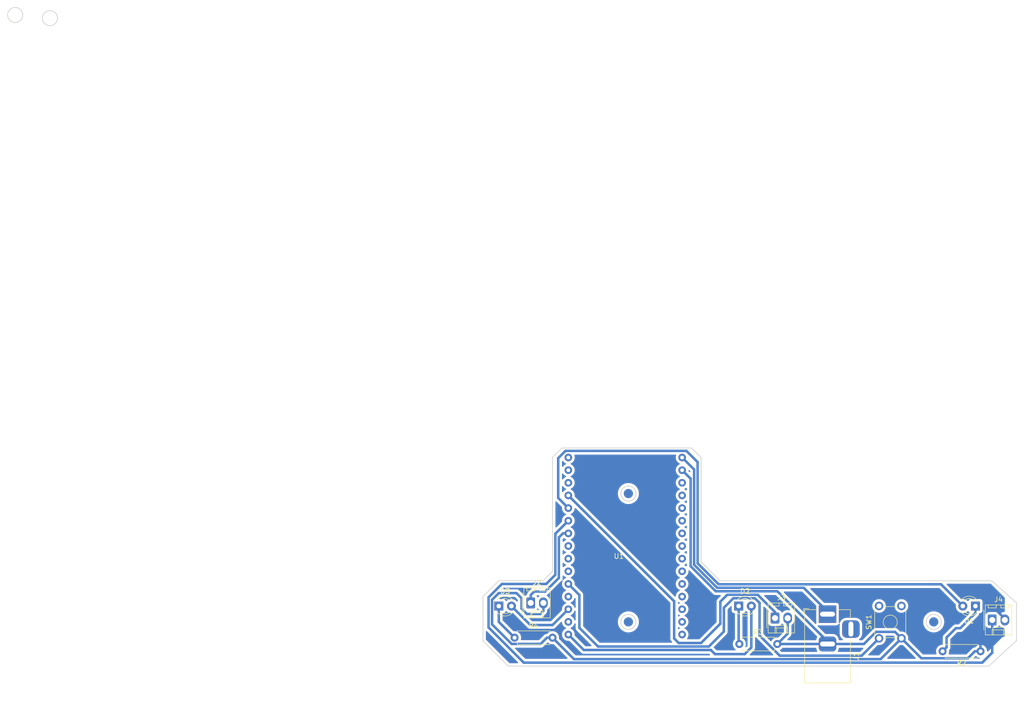
<source format=kicad_pcb>
(kicad_pcb (version 20171130) (host pcbnew "(5.1.2)-1")

  (general
    (thickness 1.6)
    (drawings 78)
    (tracks 121)
    (zones 0)
    (modules 12)
    (nets 36)
  )

  (page A4)
  (layers
    (0 F.Cu signal hide)
    (31 B.Cu signal)
    (32 B.Adhes user)
    (33 F.Adhes user)
    (34 B.Paste user)
    (35 F.Paste user)
    (36 B.SilkS user)
    (37 F.SilkS user)
    (38 B.Mask user)
    (39 F.Mask user)
    (40 Dwgs.User user)
    (41 Cmts.User user)
    (42 Eco1.User user)
    (43 Eco2.User user)
    (44 Edge.Cuts user)
    (45 Margin user)
    (46 B.CrtYd user)
    (47 F.CrtYd user)
    (48 B.Fab user)
    (49 F.Fab user)
  )

  (setup
    (last_trace_width 0.5)
    (trace_clearance 0.2)
    (zone_clearance 0.508)
    (zone_45_only no)
    (trace_min 0.2)
    (via_size 0.8)
    (via_drill 0.4)
    (via_min_size 0.4)
    (via_min_drill 0.3)
    (uvia_size 0.3)
    (uvia_drill 0.1)
    (uvias_allowed no)
    (uvia_min_size 0.2)
    (uvia_min_drill 0.1)
    (edge_width 0.15)
    (segment_width 0.2)
    (pcb_text_width 0.3)
    (pcb_text_size 1.5 1.5)
    (mod_edge_width 0.15)
    (mod_text_size 1 1)
    (mod_text_width 0.15)
    (pad_size 1.524 1.524)
    (pad_drill 0.762)
    (pad_to_mask_clearance 0.051)
    (solder_mask_min_width 0.25)
    (aux_axis_origin 80.3275 131.445)
    (visible_elements 7FFFFFFF)
    (pcbplotparams
      (layerselection 0x01000_fffffffe)
      (usegerberextensions false)
      (usegerberattributes false)
      (usegerberadvancedattributes false)
      (creategerberjobfile false)
      (excludeedgelayer true)
      (linewidth 0.100000)
      (plotframeref false)
      (viasonmask false)
      (mode 1)
      (useauxorigin false)
      (hpglpennumber 1)
      (hpglpenspeed 20)
      (hpglpendiameter 15.000000)
      (psnegative false)
      (psa4output false)
      (plotreference true)
      (plotvalue true)
      (plotinvisibletext false)
      (padsonsilk false)
      (subtractmaskfromsilk false)
      (outputformat 1)
      (mirror false)
      (drillshape 0)
      (scaleselection 1)
      (outputdirectory "gerbers/"))
  )

  (net 0 "")
  (net 1 "Net-(D1-Pad1)")
  (net 2 "Net-(D1-Pad2)")
  (net 3 "Net-(D2-Pad2)")
  (net 4 "Net-(D2-Pad1)")
  (net 5 "Net-(D3-Pad1)")
  (net 6 "Net-(D3-Pad2)")
  (net 7 "Net-(J1-Pad1)")
  (net 8 "Net-(J1-Pad2)")
  (net 9 "Net-(J2-Pad1)")
  (net 10 "Net-(J3-Pad1)")
  (net 11 "Net-(J4-Pad1)")
  (net 12 "Net-(SW1-Pad4)")
  (net 13 "Net-(SW1-Pad1)")
  (net 14 "Net-(U1-Pad18)")
  (net 15 "Net-(U1-Pad20)")
  (net 16 "Net-(U1-Pad29)")
  (net 17 "Net-(U1-Pad22)")
  (net 18 "Net-(U1-Pad27)")
  (net 19 "Net-(U1-Pad16)")
  (net 20 "Net-(U1-Pad12)")
  (net 21 "Net-(U1-Pad11)")
  (net 22 "Net-(U1-Pad10)")
  (net 23 "Net-(U1-Pad9)")
  (net 24 "Net-(U1-Pad8)")
  (net 25 "Net-(U1-Pad7)")
  (net 26 "Net-(U1-Pad6)")
  (net 27 "Net-(U1-Pad5)")
  (net 28 "Net-(U1-Pad4)")
  (net 29 "Net-(U1-Pad3)")
  (net 30 "Net-(U1-Pad2)")
  (net 31 "Net-(U1-Pad1)")
  (net 32 "Net-(U1-Pad0)")
  (net 33 "Net-(SW1-Pad2)")
  (net 34 "Net-(U1-Pad28)")
  (net 35 "Net-(U1-Pad21)")

  (net_class Default "This is the default net class."
    (clearance 0.2)
    (trace_width 0.5)
    (via_dia 0.8)
    (via_drill 0.4)
    (uvia_dia 0.3)
    (uvia_drill 0.1)
    (add_net "Net-(D1-Pad1)")
    (add_net "Net-(D1-Pad2)")
    (add_net "Net-(D2-Pad1)")
    (add_net "Net-(D2-Pad2)")
    (add_net "Net-(D3-Pad1)")
    (add_net "Net-(D3-Pad2)")
    (add_net "Net-(J1-Pad1)")
    (add_net "Net-(J1-Pad2)")
    (add_net "Net-(J2-Pad1)")
    (add_net "Net-(J3-Pad1)")
    (add_net "Net-(J4-Pad1)")
    (add_net "Net-(SW1-Pad1)")
    (add_net "Net-(SW1-Pad2)")
    (add_net "Net-(SW1-Pad4)")
    (add_net "Net-(U1-Pad0)")
    (add_net "Net-(U1-Pad1)")
    (add_net "Net-(U1-Pad10)")
    (add_net "Net-(U1-Pad11)")
    (add_net "Net-(U1-Pad12)")
    (add_net "Net-(U1-Pad16)")
    (add_net "Net-(U1-Pad18)")
    (add_net "Net-(U1-Pad2)")
    (add_net "Net-(U1-Pad20)")
    (add_net "Net-(U1-Pad21)")
    (add_net "Net-(U1-Pad22)")
    (add_net "Net-(U1-Pad27)")
    (add_net "Net-(U1-Pad28)")
    (add_net "Net-(U1-Pad29)")
    (add_net "Net-(U1-Pad3)")
    (add_net "Net-(U1-Pad4)")
    (add_net "Net-(U1-Pad5)")
    (add_net "Net-(U1-Pad6)")
    (add_net "Net-(U1-Pad7)")
    (add_net "Net-(U1-Pad8)")
    (add_net "Net-(U1-Pad9)")
  )

  (module Connector_Molex:Molex_KK-254_AE-6410-02A_1x02_P2.54mm_Vertical (layer F.Cu) (tedit 5B78013E) (tstamp 5CFBED63)
    (at 96.5835 117.475)
    (descr "Molex KK-254 Interconnect System, old/engineering part number: AE-6410-02A example for new part number: 22-27-2021, 2 Pins (http://www.molex.com/pdm_docs/sd/022272021_sd.pdf), generated with kicad-footprint-generator")
    (tags "connector Molex KK-254 side entry")
    (path /5CB0AF27)
    (fp_text reference J2 (at 1.27 -4.12) (layer F.SilkS)
      (effects (font (size 1 1) (thickness 0.15)))
    )
    (fp_text value Conn_01x02_Female (at 1.27 4.08) (layer F.Fab)
      (effects (font (size 1 1) (thickness 0.15)))
    )
    (fp_line (start -1.27 -2.92) (end -1.27 2.88) (layer F.Fab) (width 0.1))
    (fp_line (start -1.27 2.88) (end 3.81 2.88) (layer F.Fab) (width 0.1))
    (fp_line (start 3.81 2.88) (end 3.81 -2.92) (layer F.Fab) (width 0.1))
    (fp_line (start 3.81 -2.92) (end -1.27 -2.92) (layer F.Fab) (width 0.1))
    (fp_line (start -1.38 -3.03) (end -1.38 2.99) (layer F.SilkS) (width 0.12))
    (fp_line (start -1.38 2.99) (end 3.92 2.99) (layer F.SilkS) (width 0.12))
    (fp_line (start 3.92 2.99) (end 3.92 -3.03) (layer F.SilkS) (width 0.12))
    (fp_line (start 3.92 -3.03) (end -1.38 -3.03) (layer F.SilkS) (width 0.12))
    (fp_line (start -1.67 -2) (end -1.67 2) (layer F.SilkS) (width 0.12))
    (fp_line (start -1.27 -0.5) (end -0.562893 0) (layer F.Fab) (width 0.1))
    (fp_line (start -0.562893 0) (end -1.27 0.5) (layer F.Fab) (width 0.1))
    (fp_line (start 0 2.99) (end 0 1.99) (layer F.SilkS) (width 0.12))
    (fp_line (start 0 1.99) (end 2.54 1.99) (layer F.SilkS) (width 0.12))
    (fp_line (start 2.54 1.99) (end 2.54 2.99) (layer F.SilkS) (width 0.12))
    (fp_line (start 0 1.99) (end 0.25 1.46) (layer F.SilkS) (width 0.12))
    (fp_line (start 0.25 1.46) (end 2.29 1.46) (layer F.SilkS) (width 0.12))
    (fp_line (start 2.29 1.46) (end 2.54 1.99) (layer F.SilkS) (width 0.12))
    (fp_line (start 0.25 2.99) (end 0.25 1.99) (layer F.SilkS) (width 0.12))
    (fp_line (start 2.29 2.99) (end 2.29 1.99) (layer F.SilkS) (width 0.12))
    (fp_line (start -0.8 -3.03) (end -0.8 -2.43) (layer F.SilkS) (width 0.12))
    (fp_line (start -0.8 -2.43) (end 0.8 -2.43) (layer F.SilkS) (width 0.12))
    (fp_line (start 0.8 -2.43) (end 0.8 -3.03) (layer F.SilkS) (width 0.12))
    (fp_line (start 1.74 -3.03) (end 1.74 -2.43) (layer F.SilkS) (width 0.12))
    (fp_line (start 1.74 -2.43) (end 3.34 -2.43) (layer F.SilkS) (width 0.12))
    (fp_line (start 3.34 -2.43) (end 3.34 -3.03) (layer F.SilkS) (width 0.12))
    (fp_line (start -1.77 -3.42) (end -1.77 3.38) (layer F.CrtYd) (width 0.05))
    (fp_line (start -1.77 3.38) (end 4.31 3.38) (layer F.CrtYd) (width 0.05))
    (fp_line (start 4.31 3.38) (end 4.31 -3.42) (layer F.CrtYd) (width 0.05))
    (fp_line (start 4.31 -3.42) (end -1.77 -3.42) (layer F.CrtYd) (width 0.05))
    (fp_text user %R (at 1.27 -2.22) (layer F.Fab)
      (effects (font (size 1 1) (thickness 0.15)))
    )
    (pad 1 thru_hole roundrect (at 0 0) (size 1.74 2.2) (drill 1.2) (layers *.Cu *.Mask) (roundrect_rratio 0.143678)
      (net 9 "Net-(J2-Pad1)"))
    (pad 2 thru_hole oval (at 2.54 0) (size 1.74 2.2) (drill 1.2) (layers *.Cu *.Mask)
      (net 8 "Net-(J1-Pad2)"))
    (model ${KISYS3DMOD}/Connector_Molex.3dshapes/Molex_KK-254_AE-6410-02A_1x02_P2.54mm_Vertical.wrl
      (at (xyz 0 0 0))
      (scale (xyz 1 1 1))
      (rotate (xyz 0 0 0))
    )
  )

  (module LED_THT:LED_D3.0mm (layer F.Cu) (tedit 587A3A7B) (tstamp 5CF21EA2)
    (at 185.928 118.11 180)
    (descr "LED, diameter 3.0mm, 2 pins")
    (tags "LED diameter 3.0mm 2 pins")
    (path /5CB09990)
    (fp_text reference D1 (at 1.27 -2.96) (layer F.SilkS)
      (effects (font (size 1 1) (thickness 0.15)))
    )
    (fp_text value LED (at 1.27 2.96) (layer F.Fab)
      (effects (font (size 1 1) (thickness 0.15)))
    )
    (fp_line (start 3.7 -2.25) (end -1.15 -2.25) (layer F.CrtYd) (width 0.05))
    (fp_line (start 3.7 2.25) (end 3.7 -2.25) (layer F.CrtYd) (width 0.05))
    (fp_line (start -1.15 2.25) (end 3.7 2.25) (layer F.CrtYd) (width 0.05))
    (fp_line (start -1.15 -2.25) (end -1.15 2.25) (layer F.CrtYd) (width 0.05))
    (fp_line (start -0.29 1.08) (end -0.29 1.236) (layer F.SilkS) (width 0.12))
    (fp_line (start -0.29 -1.236) (end -0.29 -1.08) (layer F.SilkS) (width 0.12))
    (fp_line (start -0.23 -1.16619) (end -0.23 1.16619) (layer F.Fab) (width 0.1))
    (fp_circle (center 1.27 0) (end 2.77 0) (layer F.Fab) (width 0.1))
    (fp_arc (start 1.27 0) (end 0.229039 1.08) (angle -87.9) (layer F.SilkS) (width 0.12))
    (fp_arc (start 1.27 0) (end 0.229039 -1.08) (angle 87.9) (layer F.SilkS) (width 0.12))
    (fp_arc (start 1.27 0) (end -0.29 1.235516) (angle -108.8) (layer F.SilkS) (width 0.12))
    (fp_arc (start 1.27 0) (end -0.29 -1.235516) (angle 108.8) (layer F.SilkS) (width 0.12))
    (fp_arc (start 1.27 0) (end -0.23 -1.16619) (angle 284.3) (layer F.Fab) (width 0.1))
    (pad 2 thru_hole circle (at 2.54 0 180) (size 1.8 1.8) (drill 0.9) (layers *.Cu *.Mask)
      (net 2 "Net-(D1-Pad2)"))
    (pad 1 thru_hole rect (at 0 0 180) (size 1.8 1.8) (drill 0.9) (layers *.Cu *.Mask)
      (net 1 "Net-(D1-Pad1)"))
    (model ${KISYS3DMOD}/LED_THT.3dshapes/LED_D3.0mm.wrl
      (at (xyz 0 0 0))
      (scale (xyz 1 1 1))
      (rotate (xyz 0 0 0))
    )
  )

  (module LED_THT:LED_D3.0mm (layer F.Cu) (tedit 587A3A7B) (tstamp 5CF61D00)
    (at 138.3615 118.11)
    (descr "LED, diameter 3.0mm, 2 pins")
    (tags "LED diameter 3.0mm 2 pins")
    (path /5CB09E43)
    (fp_text reference D2 (at 1.27 -2.96) (layer F.SilkS)
      (effects (font (size 1 1) (thickness 0.15)))
    )
    (fp_text value LED (at 1.27 2.96) (layer F.Fab)
      (effects (font (size 1 1) (thickness 0.15)))
    )
    (fp_arc (start 1.27 0) (end -0.23 -1.16619) (angle 284.3) (layer F.Fab) (width 0.1))
    (fp_arc (start 1.27 0) (end -0.29 -1.235516) (angle 108.8) (layer F.SilkS) (width 0.12))
    (fp_arc (start 1.27 0) (end -0.29 1.235516) (angle -108.8) (layer F.SilkS) (width 0.12))
    (fp_arc (start 1.27 0) (end 0.229039 -1.08) (angle 87.9) (layer F.SilkS) (width 0.12))
    (fp_arc (start 1.27 0) (end 0.229039 1.08) (angle -87.9) (layer F.SilkS) (width 0.12))
    (fp_circle (center 1.27 0) (end 2.77 0) (layer F.Fab) (width 0.1))
    (fp_line (start -0.23 -1.16619) (end -0.23 1.16619) (layer F.Fab) (width 0.1))
    (fp_line (start -0.29 -1.236) (end -0.29 -1.08) (layer F.SilkS) (width 0.12))
    (fp_line (start -0.29 1.08) (end -0.29 1.236) (layer F.SilkS) (width 0.12))
    (fp_line (start -1.15 -2.25) (end -1.15 2.25) (layer F.CrtYd) (width 0.05))
    (fp_line (start -1.15 2.25) (end 3.7 2.25) (layer F.CrtYd) (width 0.05))
    (fp_line (start 3.7 2.25) (end 3.7 -2.25) (layer F.CrtYd) (width 0.05))
    (fp_line (start 3.7 -2.25) (end -1.15 -2.25) (layer F.CrtYd) (width 0.05))
    (pad 1 thru_hole rect (at 0 0) (size 1.8 1.8) (drill 0.9) (layers *.Cu *.Mask)
      (net 4 "Net-(D2-Pad1)"))
    (pad 2 thru_hole circle (at 2.54 0) (size 1.8 1.8) (drill 0.9) (layers *.Cu *.Mask)
      (net 3 "Net-(D2-Pad2)"))
    (model ${KISYS3DMOD}/LED_THT.3dshapes/LED_D3.0mm.wrl
      (at (xyz 0 0 0))
      (scale (xyz 1 1 1))
      (rotate (xyz 0 0 0))
    )
  )

  (module Connector_BarrelJack:BarrelJack_Horizontal (layer F.Cu) (tedit 5A1DBF6A) (tstamp 5CF610CC)
    (at 156.21 119.73 90)
    (descr "DC Barrel Jack")
    (tags "Power Jack")
    (path /5CC3528F)
    (fp_text reference J1 (at -8.45 5.75 90) (layer F.SilkS)
      (effects (font (size 1 1) (thickness 0.15)))
    )
    (fp_text value Jack-DC (at -6.2 -5.5 90) (layer F.Fab)
      (effects (font (size 1 1) (thickness 0.15)))
    )
    (fp_text user %R (at -3 -2.95 90) (layer F.Fab)
      (effects (font (size 1 1) (thickness 0.15)))
    )
    (fp_line (start -0.003213 -4.505425) (end 0.8 -3.75) (layer F.Fab) (width 0.1))
    (fp_line (start 1.1 -3.75) (end 1.1 -4.8) (layer F.SilkS) (width 0.12))
    (fp_line (start 0.05 -4.8) (end 1.1 -4.8) (layer F.SilkS) (width 0.12))
    (fp_line (start 1 -4.5) (end 1 -4.75) (layer F.CrtYd) (width 0.05))
    (fp_line (start 1 -4.75) (end -14 -4.75) (layer F.CrtYd) (width 0.05))
    (fp_line (start 1 -4.5) (end 1 -2) (layer F.CrtYd) (width 0.05))
    (fp_line (start 1 -2) (end 2 -2) (layer F.CrtYd) (width 0.05))
    (fp_line (start 2 -2) (end 2 2) (layer F.CrtYd) (width 0.05))
    (fp_line (start 2 2) (end 1 2) (layer F.CrtYd) (width 0.05))
    (fp_line (start 1 2) (end 1 4.75) (layer F.CrtYd) (width 0.05))
    (fp_line (start 1 4.75) (end -1 4.75) (layer F.CrtYd) (width 0.05))
    (fp_line (start -1 4.75) (end -1 6.75) (layer F.CrtYd) (width 0.05))
    (fp_line (start -1 6.75) (end -5 6.75) (layer F.CrtYd) (width 0.05))
    (fp_line (start -5 6.75) (end -5 4.75) (layer F.CrtYd) (width 0.05))
    (fp_line (start -5 4.75) (end -14 4.75) (layer F.CrtYd) (width 0.05))
    (fp_line (start -14 4.75) (end -14 -4.75) (layer F.CrtYd) (width 0.05))
    (fp_line (start -5 4.6) (end -13.8 4.6) (layer F.SilkS) (width 0.12))
    (fp_line (start -13.8 4.6) (end -13.8 -4.6) (layer F.SilkS) (width 0.12))
    (fp_line (start 0.9 1.9) (end 0.9 4.6) (layer F.SilkS) (width 0.12))
    (fp_line (start 0.9 4.6) (end -1 4.6) (layer F.SilkS) (width 0.12))
    (fp_line (start -13.8 -4.6) (end 0.9 -4.6) (layer F.SilkS) (width 0.12))
    (fp_line (start 0.9 -4.6) (end 0.9 -2) (layer F.SilkS) (width 0.12))
    (fp_line (start -10.2 -4.5) (end -10.2 4.5) (layer F.Fab) (width 0.1))
    (fp_line (start -13.7 -4.5) (end -13.7 4.5) (layer F.Fab) (width 0.1))
    (fp_line (start -13.7 4.5) (end 0.8 4.5) (layer F.Fab) (width 0.1))
    (fp_line (start 0.8 4.5) (end 0.8 -3.75) (layer F.Fab) (width 0.1))
    (fp_line (start 0 -4.5) (end -13.7 -4.5) (layer F.Fab) (width 0.1))
    (pad 1 thru_hole rect (at 0 0 90) (size 3.5 3.5) (drill oval 1 3) (layers *.Cu *.Mask)
      (net 7 "Net-(J1-Pad1)"))
    (pad 2 thru_hole roundrect (at -6 0 90) (size 3 3.5) (drill oval 1 3) (layers *.Cu *.Mask) (roundrect_rratio 0.25)
      (net 8 "Net-(J1-Pad2)"))
    (pad 3 thru_hole roundrect (at -3 4.7 90) (size 3.5 3.5) (drill oval 3 1) (layers *.Cu *.Mask) (roundrect_rratio 0.25))
    (model ${KISYS3DMOD}/Connector_BarrelJack.3dshapes/BarrelJack_Horizontal.wrl
      (at (xyz 0 0 0))
      (scale (xyz 1 1 1))
      (rotate (xyz 0 0 0))
    )
  )

  (module LED_THT:LED_D3.0mm (layer F.Cu) (tedit 587A3A7B) (tstamp 5CF21E6C)
    (at 90.17 118.11)
    (descr "LED, diameter 3.0mm, 2 pins")
    (tags "LED diameter 3.0mm 2 pins")
    (path /5CB0A15A)
    (fp_text reference D3 (at 1.27 -2.96) (layer F.SilkS)
      (effects (font (size 1 1) (thickness 0.15)))
    )
    (fp_text value LED (at 1.27 2.96) (layer F.Fab)
      (effects (font (size 1 1) (thickness 0.15)))
    )
    (fp_arc (start 1.27 0) (end -0.23 -1.16619) (angle 284.3) (layer F.Fab) (width 0.1))
    (fp_arc (start 1.27 0) (end -0.29 -1.235516) (angle 108.8) (layer F.SilkS) (width 0.12))
    (fp_arc (start 1.27 0) (end -0.29 1.235516) (angle -108.8) (layer F.SilkS) (width 0.12))
    (fp_arc (start 1.27 0) (end 0.229039 -1.08) (angle 87.9) (layer F.SilkS) (width 0.12))
    (fp_arc (start 1.27 0) (end 0.229039 1.08) (angle -87.9) (layer F.SilkS) (width 0.12))
    (fp_circle (center 1.27 0) (end 2.77 0) (layer F.Fab) (width 0.1))
    (fp_line (start -0.23 -1.16619) (end -0.23 1.16619) (layer F.Fab) (width 0.1))
    (fp_line (start -0.29 -1.236) (end -0.29 -1.08) (layer F.SilkS) (width 0.12))
    (fp_line (start -0.29 1.08) (end -0.29 1.236) (layer F.SilkS) (width 0.12))
    (fp_line (start -1.15 -2.25) (end -1.15 2.25) (layer F.CrtYd) (width 0.05))
    (fp_line (start -1.15 2.25) (end 3.7 2.25) (layer F.CrtYd) (width 0.05))
    (fp_line (start 3.7 2.25) (end 3.7 -2.25) (layer F.CrtYd) (width 0.05))
    (fp_line (start 3.7 -2.25) (end -1.15 -2.25) (layer F.CrtYd) (width 0.05))
    (pad 1 thru_hole rect (at 0 0) (size 1.8 1.8) (drill 0.9) (layers *.Cu *.Mask)
      (net 5 "Net-(D3-Pad1)"))
    (pad 2 thru_hole circle (at 2.54 0) (size 1.8 1.8) (drill 0.9) (layers *.Cu *.Mask)
      (net 6 "Net-(D3-Pad2)"))
    (model ${KISYS3DMOD}/LED_THT.3dshapes/LED_D3.0mm.wrl
      (at (xyz 0 0 0))
      (scale (xyz 1 1 1))
      (rotate (xyz 0 0 0))
    )
  )

  (module Resistor_THT:R_Axial_DIN0207_L6.3mm_D2.5mm_P7.62mm_Horizontal (layer F.Cu) (tedit 5AE5139B) (tstamp 5CF61CC2)
    (at 138.4935 125.73)
    (descr "Resistor, Axial_DIN0207 series, Axial, Horizontal, pin pitch=7.62mm, 0.25W = 1/4W, length*diameter=6.3*2.5mm^2, http://cdn-reichelt.de/documents/datenblatt/B400/1_4W%23YAG.pdf")
    (tags "Resistor Axial_DIN0207 series Axial Horizontal pin pitch 7.62mm 0.25W = 1/4W length 6.3mm diameter 2.5mm")
    (path /5CB094B7)
    (fp_text reference R3 (at 3.81 -2.37 180) (layer F.SilkS)
      (effects (font (size 1 1) (thickness 0.15)))
    )
    (fp_text value R (at 3.81 2.37 180) (layer F.Fab)
      (effects (font (size 1 1) (thickness 0.15)))
    )
    (fp_line (start 0.66 -1.25) (end 0.66 1.25) (layer F.Fab) (width 0.1))
    (fp_line (start 0.66 1.25) (end 6.96 1.25) (layer F.Fab) (width 0.1))
    (fp_line (start 6.96 1.25) (end 6.96 -1.25) (layer F.Fab) (width 0.1))
    (fp_line (start 6.96 -1.25) (end 0.66 -1.25) (layer F.Fab) (width 0.1))
    (fp_line (start 0 0) (end 0.66 0) (layer F.Fab) (width 0.1))
    (fp_line (start 7.62 0) (end 6.96 0) (layer F.Fab) (width 0.1))
    (fp_line (start 0.54 -1.04) (end 0.54 -1.37) (layer F.SilkS) (width 0.12))
    (fp_line (start 0.54 -1.37) (end 7.08 -1.37) (layer F.SilkS) (width 0.12))
    (fp_line (start 7.08 -1.37) (end 7.08 -1.04) (layer F.SilkS) (width 0.12))
    (fp_line (start 0.54 1.04) (end 0.54 1.37) (layer F.SilkS) (width 0.12))
    (fp_line (start 0.54 1.37) (end 7.08 1.37) (layer F.SilkS) (width 0.12))
    (fp_line (start 7.08 1.37) (end 7.08 1.04) (layer F.SilkS) (width 0.12))
    (fp_line (start -1.05 -1.5) (end -1.05 1.5) (layer F.CrtYd) (width 0.05))
    (fp_line (start -1.05 1.5) (end 8.67 1.5) (layer F.CrtYd) (width 0.05))
    (fp_line (start 8.67 1.5) (end 8.67 -1.5) (layer F.CrtYd) (width 0.05))
    (fp_line (start 8.67 -1.5) (end -1.05 -1.5) (layer F.CrtYd) (width 0.05))
    (fp_text user %R (at 3.81 0 180) (layer F.Fab)
      (effects (font (size 1 1) (thickness 0.15)))
    )
    (pad 1 thru_hole circle (at 0 0) (size 1.6 1.6) (drill 0.8) (layers *.Cu *.Mask)
      (net 4 "Net-(D2-Pad1)"))
    (pad 2 thru_hole oval (at 7.62 0) (size 1.6 1.6) (drill 0.8) (layers *.Cu *.Mask)
      (net 8 "Net-(J1-Pad2)"))
    (model ${KISYS3DMOD}/Resistor_THT.3dshapes/R_Axial_DIN0207_L6.3mm_D2.5mm_P7.62mm_Horizontal.wrl
      (at (xyz 0 0 0))
      (scale (xyz 1 1 1))
      (rotate (xyz 0 0 0))
    )
  )

  (module Resistor_THT:R_Axial_DIN0207_L6.3mm_D2.5mm_P7.62mm_Horizontal (layer F.Cu) (tedit 5AE5139B) (tstamp 5CFB2F12)
    (at 93.345 124.46)
    (descr "Resistor, Axial_DIN0207 series, Axial, Horizontal, pin pitch=7.62mm, 0.25W = 1/4W, length*diameter=6.3*2.5mm^2, http://cdn-reichelt.de/documents/datenblatt/B400/1_4W%23YAG.pdf")
    (tags "Resistor Axial_DIN0207 series Axial Horizontal pin pitch 7.62mm 0.25W = 1/4W length 6.3mm diameter 2.5mm")
    (path /5CB09519)
    (fp_text reference R4 (at 3.81 -2.37) (layer F.SilkS)
      (effects (font (size 1 1) (thickness 0.15)))
    )
    (fp_text value R (at 3.81 2.37) (layer F.Fab)
      (effects (font (size 1 1) (thickness 0.15)))
    )
    (fp_line (start 0.66 -1.25) (end 0.66 1.25) (layer F.Fab) (width 0.1))
    (fp_line (start 0.66 1.25) (end 6.96 1.25) (layer F.Fab) (width 0.1))
    (fp_line (start 6.96 1.25) (end 6.96 -1.25) (layer F.Fab) (width 0.1))
    (fp_line (start 6.96 -1.25) (end 0.66 -1.25) (layer F.Fab) (width 0.1))
    (fp_line (start 0 0) (end 0.66 0) (layer F.Fab) (width 0.1))
    (fp_line (start 7.62 0) (end 6.96 0) (layer F.Fab) (width 0.1))
    (fp_line (start 0.54 -1.04) (end 0.54 -1.37) (layer F.SilkS) (width 0.12))
    (fp_line (start 0.54 -1.37) (end 7.08 -1.37) (layer F.SilkS) (width 0.12))
    (fp_line (start 7.08 -1.37) (end 7.08 -1.04) (layer F.SilkS) (width 0.12))
    (fp_line (start 0.54 1.04) (end 0.54 1.37) (layer F.SilkS) (width 0.12))
    (fp_line (start 0.54 1.37) (end 7.08 1.37) (layer F.SilkS) (width 0.12))
    (fp_line (start 7.08 1.37) (end 7.08 1.04) (layer F.SilkS) (width 0.12))
    (fp_line (start -1.05 -1.5) (end -1.05 1.5) (layer F.CrtYd) (width 0.05))
    (fp_line (start -1.05 1.5) (end 8.67 1.5) (layer F.CrtYd) (width 0.05))
    (fp_line (start 8.67 1.5) (end 8.67 -1.5) (layer F.CrtYd) (width 0.05))
    (fp_line (start 8.67 -1.5) (end -1.05 -1.5) (layer F.CrtYd) (width 0.05))
    (fp_text user %R (at 3.81 0 90) (layer F.Fab)
      (effects (font (size 1 1) (thickness 0.15)))
    )
    (pad 1 thru_hole circle (at 0 0) (size 1.6 1.6) (drill 0.8) (layers *.Cu *.Mask)
      (net 5 "Net-(D3-Pad1)"))
    (pad 2 thru_hole oval (at 7.62 0) (size 1.6 1.6) (drill 0.8) (layers *.Cu *.Mask)
      (net 8 "Net-(J1-Pad2)"))
    (model ${KISYS3DMOD}/Resistor_THT.3dshapes/R_Axial_DIN0207_L6.3mm_D2.5mm_P7.62mm_Horizontal.wrl
      (at (xyz 0 0 0))
      (scale (xyz 1 1 1))
      (rotate (xyz 0 0 0))
    )
  )

  (module Button_Switch_THT:SW_TH_Tactile_Omron_B3F-10xx (layer F.Cu) (tedit 5A02FE31) (tstamp 5CF60FB4)
    (at 166.5605 124.587 90)
    (descr SW_TH_Tactile_Omron_B3F-10xx_https://www.omron.com/ecb/products/pdf/en-b3f.pdf)
    (tags "Omron B3F-10xx")
    (path /5CC1FD9D)
    (fp_text reference SW1 (at 3.25 -2.05 90) (layer F.SilkS)
      (effects (font (size 1 1) (thickness 0.15)))
    )
    (fp_text value SW_Push_Dual (at 3.2 6.5 90) (layer F.Fab)
      (effects (font (size 1 1) (thickness 0.15)))
    )
    (fp_line (start 0.25 -0.75) (end 0.25 5.25) (layer F.Fab) (width 0.1))
    (fp_line (start 6.25 -0.75) (end 6.25 5.25) (layer F.Fab) (width 0.1))
    (fp_line (start 0.25 -0.75) (end 6.25 -0.75) (layer F.Fab) (width 0.1))
    (fp_text user %R (at 3.25 2.25) (layer F.Fab)
      (effects (font (size 1 1) (thickness 0.15)))
    )
    (fp_line (start 7.65 -1.15) (end -1.1 -1.15) (layer F.CrtYd) (width 0.05))
    (fp_line (start 7.6 5.6) (end 7.6 -1.1) (layer F.CrtYd) (width 0.05))
    (fp_line (start -1.1 5.6) (end 7.6 5.6) (layer F.CrtYd) (width 0.05))
    (fp_line (start -1.1 -1.15) (end -1.1 5.6) (layer F.CrtYd) (width 0.05))
    (fp_circle (center 3.25 2.25) (end 4.25 3.25) (layer F.SilkS) (width 0.12))
    (fp_line (start 0.28 5.37) (end 6.22 5.37) (layer F.SilkS) (width 0.12))
    (fp_line (start 0.28 -0.87) (end 6.22 -0.87) (layer F.SilkS) (width 0.12))
    (fp_line (start 0.13 3.59) (end 0.13 0.91) (layer F.SilkS) (width 0.12))
    (fp_line (start 6.37 0.91) (end 6.37 3.59) (layer F.SilkS) (width 0.12))
    (fp_line (start 0.25 5.25) (end 6.25 5.25) (layer F.Fab) (width 0.1))
    (pad 4 thru_hole circle (at 6.5 4.5 90) (size 1.7 1.7) (drill 1) (layers *.Cu *.Mask)
      (net 12 "Net-(SW1-Pad4)"))
    (pad 3 thru_hole circle (at 0 4.5 90) (size 1.7 1.7) (drill 1) (layers *.Cu *.Mask)
      (net 8 "Net-(J1-Pad2)"))
    (pad 2 thru_hole circle (at 6.5 0 90) (size 1.7 1.7) (drill 1) (layers *.Cu *.Mask)
      (net 33 "Net-(SW1-Pad2)"))
    (pad 1 thru_hole circle (at 0 0 90) (size 1.7 1.7) (drill 1) (layers *.Cu *.Mask)
      (net 13 "Net-(SW1-Pad1)"))
    (model ${KISYS3DMOD}/Button_Switch_THT.3dshapes/SW_TH_Tactile_Omron_B3F-10xx.wrl
      (at (xyz 0 0 0))
      (scale (xyz 1 1 1))
      (rotate (xyz 0 0 0))
    )
  )

  (module Resistor_THT:R_Axial_DIN0207_L6.3mm_D2.5mm_P7.62mm_Horizontal (layer F.Cu) (tedit 5AE5139B) (tstamp 5CFBF189)
    (at 186.944 127.1905 180)
    (descr "Resistor, Axial_DIN0207 series, Axial, Horizontal, pin pitch=7.62mm, 0.25W = 1/4W, length*diameter=6.3*2.5mm^2, http://cdn-reichelt.de/documents/datenblatt/B400/1_4W%23YAG.pdf")
    (tags "Resistor Axial_DIN0207 series Axial Horizontal pin pitch 7.62mm 0.25W = 1/4W length 6.3mm diameter 2.5mm")
    (path /5CB09570)
    (fp_text reference R2 (at 3.81 -2.37) (layer F.SilkS)
      (effects (font (size 1 1) (thickness 0.15)))
    )
    (fp_text value R (at 3.81 2.37) (layer F.Fab)
      (effects (font (size 1 1) (thickness 0.15)))
    )
    (fp_line (start 0.66 -1.25) (end 0.66 1.25) (layer F.Fab) (width 0.1))
    (fp_line (start 0.66 1.25) (end 6.96 1.25) (layer F.Fab) (width 0.1))
    (fp_line (start 6.96 1.25) (end 6.96 -1.25) (layer F.Fab) (width 0.1))
    (fp_line (start 6.96 -1.25) (end 0.66 -1.25) (layer F.Fab) (width 0.1))
    (fp_line (start 0 0) (end 0.66 0) (layer F.Fab) (width 0.1))
    (fp_line (start 7.62 0) (end 6.96 0) (layer F.Fab) (width 0.1))
    (fp_line (start 0.54 -1.04) (end 0.54 -1.37) (layer F.SilkS) (width 0.12))
    (fp_line (start 0.54 -1.37) (end 7.08 -1.37) (layer F.SilkS) (width 0.12))
    (fp_line (start 7.08 -1.37) (end 7.08 -1.04) (layer F.SilkS) (width 0.12))
    (fp_line (start 0.54 1.04) (end 0.54 1.37) (layer F.SilkS) (width 0.12))
    (fp_line (start 0.54 1.37) (end 7.08 1.37) (layer F.SilkS) (width 0.12))
    (fp_line (start 7.08 1.37) (end 7.08 1.04) (layer F.SilkS) (width 0.12))
    (fp_line (start -1.05 -1.5) (end -1.05 1.5) (layer F.CrtYd) (width 0.05))
    (fp_line (start -1.05 1.5) (end 8.67 1.5) (layer F.CrtYd) (width 0.05))
    (fp_line (start 8.67 1.5) (end 8.67 -1.5) (layer F.CrtYd) (width 0.05))
    (fp_line (start 8.67 -1.5) (end -1.05 -1.5) (layer F.CrtYd) (width 0.05))
    (fp_text user %R (at 3.81 0) (layer F.Fab)
      (effects (font (size 1 1) (thickness 0.15)))
    )
    (pad 1 thru_hole circle (at 0 0 180) (size 1.6 1.6) (drill 0.8) (layers *.Cu *.Mask)
      (net 8 "Net-(J1-Pad2)"))
    (pad 2 thru_hole oval (at 7.62 0 180) (size 1.6 1.6) (drill 0.8) (layers *.Cu *.Mask)
      (net 1 "Net-(D1-Pad1)"))
    (model ${KISYS3DMOD}/Resistor_THT.3dshapes/R_Axial_DIN0207_L6.3mm_D2.5mm_P7.62mm_Horizontal.wrl
      (at (xyz 0 0 0))
      (scale (xyz 1 1 1))
      (rotate (xyz 0 0 0))
    )
  )

  (module NodeMCU:NodeMCU (layer F.Cu) (tedit 5CF596D2) (tstamp 5CF60137)
    (at 114.3 108.585 180)
    (path /5CB0924C)
    (fp_text reference U1 (at 0 0.5) (layer F.SilkS)
      (effects (font (size 1 1) (thickness 0.15)))
    )
    (fp_text value NodeMCU_v1.0 (at 0 -0.5) (layer F.Fab)
      (effects (font (size 1 1) (thickness 0.15)))
    )
    (fp_line (start 11.684 -17.78) (end 11.684 22.86) (layer B.Paste) (width 0.12))
    (fp_line (start -14.224 22.86) (end -14.224 -17.78) (layer B.Paste) (width 0.12))
    (fp_line (start 11.684 -17.78) (end 11.684 -21.59) (layer B.Paste) (width 0.12))
    (fp_line (start -14.224 -17.78) (end -14.224 -21.59) (layer B.Paste) (width 0.12))
    (fp_line (start 11.684 -21.59) (end -14.224 -21.59) (layer B.Paste) (width 0.12))
    (fp_line (start -14.224 22.86) (end -14.224 26.67) (layer B.Paste) (width 0.12))
    (fp_line (start 11.684 22.86) (end 11.684 26.67) (layer B.Paste) (width 0.12))
    (fp_line (start 11.684 26.67) (end -14.224 26.67) (layer B.Paste) (width 0.12))
    (pad 1 thru_hole circle (at -12.7 -12.7 180) (size 1.524 1.524) (drill 0.762) (layers *.Cu *.Mask)
      (net 31 "Net-(U1-Pad1)"))
    (pad 2 thru_hole circle (at -12.7 -10.16 180) (size 1.524 1.524) (drill 0.762) (layers *.Cu *.Mask)
      (net 30 "Net-(U1-Pad2)"))
    (pad 3 thru_hole circle (at -12.7 -7.62 180) (size 1.524 1.524) (drill 0.762) (layers *.Cu *.Mask)
      (net 29 "Net-(U1-Pad3)"))
    (pad 4 thru_hole circle (at -12.7 -5.08 180) (size 1.524 1.524) (drill 0.762) (layers *.Cu *.Mask)
      (net 28 "Net-(U1-Pad4)"))
    (pad 5 thru_hole circle (at -12.7 -2.54 180) (size 1.524 1.524) (drill 0.762) (layers *.Cu *.Mask)
      (net 27 "Net-(U1-Pad5)"))
    (pad 6 thru_hole circle (at -12.7 0 180) (size 1.524 1.524) (drill 0.762) (layers *.Cu *.Mask)
      (net 26 "Net-(U1-Pad6)"))
    (pad 7 thru_hole circle (at -12.7 2.54 180) (size 1.524 1.524) (drill 0.762) (layers *.Cu *.Mask)
      (net 25 "Net-(U1-Pad7)"))
    (pad 8 thru_hole circle (at -12.7 5.08 180) (size 1.524 1.524) (drill 0.762) (layers *.Cu *.Mask)
      (net 24 "Net-(U1-Pad8)"))
    (pad 9 thru_hole circle (at -12.7 7.62 180) (size 1.524 1.524) (drill 0.762) (layers *.Cu *.Mask)
      (net 23 "Net-(U1-Pad9)"))
    (pad 10 thru_hole circle (at -12.7 10.16 180) (size 1.524 1.524) (drill 0.762) (layers *.Cu *.Mask)
      (net 22 "Net-(U1-Pad10)"))
    (pad 11 thru_hole circle (at -12.7 12.7 180) (size 1.524 1.524) (drill 0.762) (layers *.Cu *.Mask)
      (net 21 "Net-(U1-Pad11)"))
    (pad 12 thru_hole circle (at -12.7 15.24 180) (size 1.524 1.524) (drill 0.762) (layers *.Cu *.Mask)
      (net 20 "Net-(U1-Pad12)"))
    (pad 13 thru_hole circle (at -12.7 17.78 180) (size 1.524 1.524) (drill 0.762) (layers *.Cu *.Mask)
      (net 8 "Net-(J1-Pad2)"))
    (pad 14 thru_hole circle (at -12.7 20.32 180) (size 1.524 1.524) (drill 0.762) (layers *.Cu *.Mask)
      (net 7 "Net-(J1-Pad1)"))
    (pad 16 thru_hole circle (at 10.16 -12.7 180) (size 1.524 1.524) (drill 0.762) (layers *.Cu *.Mask)
      (net 19 "Net-(U1-Pad16)"))
    (pad 17 thru_hole circle (at 10.16 -10.16 180) (size 1.524 1.524) (drill 0.762) (layers *.Cu *.Mask)
      (net 6 "Net-(D3-Pad2)"))
    (pad 18 thru_hole circle (at 10.16 -7.62 180) (size 1.524 1.524) (drill 0.762) (layers *.Cu *.Mask)
      (net 14 "Net-(U1-Pad18)"))
    (pad 19 thru_hole circle (at 10.16 -5.08 180) (size 1.524 1.524) (drill 0.762) (layers *.Cu *.Mask)
      (net 13 "Net-(SW1-Pad1)"))
    (pad 20 thru_hole circle (at 10.16 -2.54 180) (size 1.524 1.524) (drill 0.762) (layers *.Cu *.Mask)
      (net 15 "Net-(U1-Pad20)"))
    (pad 21 thru_hole circle (at 10.16 0 180) (size 1.524 1.524) (drill 0.762) (layers *.Cu *.Mask)
      (net 35 "Net-(U1-Pad21)"))
    (pad 22 thru_hole circle (at 10.16 2.54 180) (size 1.524 1.524) (drill 0.762) (layers *.Cu *.Mask)
      (net 17 "Net-(U1-Pad22)"))
    (pad 23 thru_hole circle (at 10.16 5.08 180) (size 1.524 1.524) (drill 0.762) (layers *.Cu *.Mask)
      (net 9 "Net-(J2-Pad1)"))
    (pad 24 thru_hole circle (at 10.16 7.62 180) (size 1.524 1.524) (drill 0.762) (layers *.Cu *.Mask)
      (net 11 "Net-(J4-Pad1)"))
    (pad 25 thru_hole circle (at 10.16 10.16 180) (size 1.524 1.524) (drill 0.762) (layers *.Cu *.Mask)
      (net 2 "Net-(D1-Pad2)"))
    (pad 26 thru_hole circle (at 10.16 12.7 180) (size 1.524 1.524) (drill 0.762) (layers *.Cu *.Mask)
      (net 10 "Net-(J3-Pad1)"))
    (pad 27 thru_hole circle (at 10.16 15.24 180) (size 1.524 1.524) (drill 0.762) (layers *.Cu *.Mask)
      (net 18 "Net-(U1-Pad27)"))
    (pad 28 thru_hole circle (at 10.16 17.78 180) (size 1.524 1.524) (drill 0.762) (layers *.Cu *.Mask)
      (net 34 "Net-(U1-Pad28)"))
    (pad 29 thru_hole circle (at 10.16 20.32 180) (size 1.524 1.524) (drill 0.762) (layers *.Cu *.Mask)
      (net 16 "Net-(U1-Pad29)"))
    (pad 0 thru_hole circle (at -12.7 -15.24 180) (size 1.524 1.524) (drill 0.762) (layers *.Cu *.Mask)
      (net 32 "Net-(U1-Pad0)"))
    (pad 15 thru_hole circle (at 10.16 -15.24 180) (size 1.524 1.524) (drill 0.762) (layers *.Cu *.Mask)
      (net 3 "Net-(D2-Pad2)"))
  )

  (module Connector_Molex:Molex_KK-254_AE-6410-02A_1x02_P2.54mm_Vertical (layer F.Cu) (tedit 5B78013E) (tstamp 5CFBED87)
    (at 145.669 120.523)
    (descr "Molex KK-254 Interconnect System, old/engineering part number: AE-6410-02A example for new part number: 22-27-2021, 2 Pins (http://www.molex.com/pdm_docs/sd/022272021_sd.pdf), generated with kicad-footprint-generator")
    (tags "connector Molex KK-254 side entry")
    (path /5CB0B0BC)
    (fp_text reference J3 (at 1.27 -4.12) (layer F.SilkS)
      (effects (font (size 1 1) (thickness 0.15)))
    )
    (fp_text value Conn_01x02_Female (at 1.27 4.08) (layer F.Fab)
      (effects (font (size 1 1) (thickness 0.15)))
    )
    (fp_text user %R (at 1.27 -2.22) (layer F.Fab)
      (effects (font (size 1 1) (thickness 0.15)))
    )
    (fp_line (start 4.31 -3.42) (end -1.77 -3.42) (layer F.CrtYd) (width 0.05))
    (fp_line (start 4.31 3.38) (end 4.31 -3.42) (layer F.CrtYd) (width 0.05))
    (fp_line (start -1.77 3.38) (end 4.31 3.38) (layer F.CrtYd) (width 0.05))
    (fp_line (start -1.77 -3.42) (end -1.77 3.38) (layer F.CrtYd) (width 0.05))
    (fp_line (start 3.34 -2.43) (end 3.34 -3.03) (layer F.SilkS) (width 0.12))
    (fp_line (start 1.74 -2.43) (end 3.34 -2.43) (layer F.SilkS) (width 0.12))
    (fp_line (start 1.74 -3.03) (end 1.74 -2.43) (layer F.SilkS) (width 0.12))
    (fp_line (start 0.8 -2.43) (end 0.8 -3.03) (layer F.SilkS) (width 0.12))
    (fp_line (start -0.8 -2.43) (end 0.8 -2.43) (layer F.SilkS) (width 0.12))
    (fp_line (start -0.8 -3.03) (end -0.8 -2.43) (layer F.SilkS) (width 0.12))
    (fp_line (start 2.29 2.99) (end 2.29 1.99) (layer F.SilkS) (width 0.12))
    (fp_line (start 0.25 2.99) (end 0.25 1.99) (layer F.SilkS) (width 0.12))
    (fp_line (start 2.29 1.46) (end 2.54 1.99) (layer F.SilkS) (width 0.12))
    (fp_line (start 0.25 1.46) (end 2.29 1.46) (layer F.SilkS) (width 0.12))
    (fp_line (start 0 1.99) (end 0.25 1.46) (layer F.SilkS) (width 0.12))
    (fp_line (start 2.54 1.99) (end 2.54 2.99) (layer F.SilkS) (width 0.12))
    (fp_line (start 0 1.99) (end 2.54 1.99) (layer F.SilkS) (width 0.12))
    (fp_line (start 0 2.99) (end 0 1.99) (layer F.SilkS) (width 0.12))
    (fp_line (start -0.562893 0) (end -1.27 0.5) (layer F.Fab) (width 0.1))
    (fp_line (start -1.27 -0.5) (end -0.562893 0) (layer F.Fab) (width 0.1))
    (fp_line (start -1.67 -2) (end -1.67 2) (layer F.SilkS) (width 0.12))
    (fp_line (start 3.92 -3.03) (end -1.38 -3.03) (layer F.SilkS) (width 0.12))
    (fp_line (start 3.92 2.99) (end 3.92 -3.03) (layer F.SilkS) (width 0.12))
    (fp_line (start -1.38 2.99) (end 3.92 2.99) (layer F.SilkS) (width 0.12))
    (fp_line (start -1.38 -3.03) (end -1.38 2.99) (layer F.SilkS) (width 0.12))
    (fp_line (start 3.81 -2.92) (end -1.27 -2.92) (layer F.Fab) (width 0.1))
    (fp_line (start 3.81 2.88) (end 3.81 -2.92) (layer F.Fab) (width 0.1))
    (fp_line (start -1.27 2.88) (end 3.81 2.88) (layer F.Fab) (width 0.1))
    (fp_line (start -1.27 -2.92) (end -1.27 2.88) (layer F.Fab) (width 0.1))
    (pad 2 thru_hole oval (at 2.54 0) (size 1.74 2.2) (drill 1.2) (layers *.Cu *.Mask)
      (net 8 "Net-(J1-Pad2)"))
    (pad 1 thru_hole roundrect (at 0 0) (size 1.74 2.2) (drill 1.2) (layers *.Cu *.Mask) (roundrect_rratio 0.143678)
      (net 10 "Net-(J3-Pad1)"))
    (model ${KISYS3DMOD}/Connector_Molex.3dshapes/Molex_KK-254_AE-6410-02A_1x02_P2.54mm_Vertical.wrl
      (at (xyz 0 0 0))
      (scale (xyz 1 1 1))
      (rotate (xyz 0 0 0))
    )
  )

  (module Connector_Molex:Molex_KK-254_AE-6410-02A_1x02_P2.54mm_Vertical (layer F.Cu) (tedit 5B78013E) (tstamp 5CFBF03A)
    (at 189.2935 120.904)
    (descr "Molex KK-254 Interconnect System, old/engineering part number: AE-6410-02A example for new part number: 22-27-2021, 2 Pins (http://www.molex.com/pdm_docs/sd/022272021_sd.pdf), generated with kicad-footprint-generator")
    (tags "connector Molex KK-254 side entry")
    (path /5CB0B1D4)
    (fp_text reference J4 (at 1.27 -4.12) (layer F.SilkS)
      (effects (font (size 1 1) (thickness 0.15)))
    )
    (fp_text value Conn_01x02_Female (at 1.27 4.08) (layer F.Fab)
      (effects (font (size 1 1) (thickness 0.15)))
    )
    (fp_line (start -1.27 -2.92) (end -1.27 2.88) (layer F.Fab) (width 0.1))
    (fp_line (start -1.27 2.88) (end 3.81 2.88) (layer F.Fab) (width 0.1))
    (fp_line (start 3.81 2.88) (end 3.81 -2.92) (layer F.Fab) (width 0.1))
    (fp_line (start 3.81 -2.92) (end -1.27 -2.92) (layer F.Fab) (width 0.1))
    (fp_line (start -1.38 -3.03) (end -1.38 2.99) (layer F.SilkS) (width 0.12))
    (fp_line (start -1.38 2.99) (end 3.92 2.99) (layer F.SilkS) (width 0.12))
    (fp_line (start 3.92 2.99) (end 3.92 -3.03) (layer F.SilkS) (width 0.12))
    (fp_line (start 3.92 -3.03) (end -1.38 -3.03) (layer F.SilkS) (width 0.12))
    (fp_line (start -1.67 -2) (end -1.67 2) (layer F.SilkS) (width 0.12))
    (fp_line (start -1.27 -0.5) (end -0.562893 0) (layer F.Fab) (width 0.1))
    (fp_line (start -0.562893 0) (end -1.27 0.5) (layer F.Fab) (width 0.1))
    (fp_line (start 0 2.99) (end 0 1.99) (layer F.SilkS) (width 0.12))
    (fp_line (start 0 1.99) (end 2.54 1.99) (layer F.SilkS) (width 0.12))
    (fp_line (start 2.54 1.99) (end 2.54 2.99) (layer F.SilkS) (width 0.12))
    (fp_line (start 0 1.99) (end 0.25 1.46) (layer F.SilkS) (width 0.12))
    (fp_line (start 0.25 1.46) (end 2.29 1.46) (layer F.SilkS) (width 0.12))
    (fp_line (start 2.29 1.46) (end 2.54 1.99) (layer F.SilkS) (width 0.12))
    (fp_line (start 0.25 2.99) (end 0.25 1.99) (layer F.SilkS) (width 0.12))
    (fp_line (start 2.29 2.99) (end 2.29 1.99) (layer F.SilkS) (width 0.12))
    (fp_line (start -0.8 -3.03) (end -0.8 -2.43) (layer F.SilkS) (width 0.12))
    (fp_line (start -0.8 -2.43) (end 0.8 -2.43) (layer F.SilkS) (width 0.12))
    (fp_line (start 0.8 -2.43) (end 0.8 -3.03) (layer F.SilkS) (width 0.12))
    (fp_line (start 1.74 -3.03) (end 1.74 -2.43) (layer F.SilkS) (width 0.12))
    (fp_line (start 1.74 -2.43) (end 3.34 -2.43) (layer F.SilkS) (width 0.12))
    (fp_line (start 3.34 -2.43) (end 3.34 -3.03) (layer F.SilkS) (width 0.12))
    (fp_line (start -1.77 -3.42) (end -1.77 3.38) (layer F.CrtYd) (width 0.05))
    (fp_line (start -1.77 3.38) (end 4.31 3.38) (layer F.CrtYd) (width 0.05))
    (fp_line (start 4.31 3.38) (end 4.31 -3.42) (layer F.CrtYd) (width 0.05))
    (fp_line (start 4.31 -3.42) (end -1.77 -3.42) (layer F.CrtYd) (width 0.05))
    (fp_text user %R (at 1.27 -2.22) (layer F.Fab)
      (effects (font (size 1 1) (thickness 0.15)))
    )
    (pad 1 thru_hole roundrect (at 0 0) (size 1.74 2.2) (drill 1.2) (layers *.Cu *.Mask) (roundrect_rratio 0.143678)
      (net 11 "Net-(J4-Pad1)"))
    (pad 2 thru_hole oval (at 2.54 0) (size 1.74 2.2) (drill 1.2) (layers *.Cu *.Mask)
      (net 8 "Net-(J1-Pad2)"))
    (model ${KISYS3DMOD}/Connector_Molex.3dshapes/Molex_KK-254_AE-6410-02A_1x02_P2.54mm_Vertical.wrl
      (at (xyz 0 0 0))
      (scale (xyz 1 1 1))
      (rotate (xyz 0 0 0))
    )
  )

  (dimension 115.2525 (width 0.15) (layer Cmts.User)
    (gr_text "115,252 mm" (at 137.95375 137.825) (layer Cmts.User)
      (effects (font (size 1 1) (thickness 0.15)))
    )
    (feature1 (pts (xy 80.3275 131.445) (xy 80.3275 137.111421)))
    (feature2 (pts (xy 195.58 131.445) (xy 195.58 137.111421)))
    (crossbar (pts (xy 195.58 136.525) (xy 80.3275 136.525)))
    (arrow1a (pts (xy 80.3275 136.525) (xy 81.454004 135.938579)))
    (arrow1b (pts (xy 80.3275 136.525) (xy 81.454004 137.111421)))
    (arrow2a (pts (xy 195.58 136.525) (xy 194.453496 135.938579)))
    (arrow2b (pts (xy 195.58 136.525) (xy 194.453496 137.111421)))
  )
  (dimension 50.8 (width 0.15) (layer Cmts.User)
    (gr_text "50,800 mm" (at 74.9 106.045 270) (layer Cmts.User)
      (effects (font (size 1 1) (thickness 0.15)))
    )
    (feature1 (pts (xy 80.3275 131.445) (xy 75.613579 131.445)))
    (feature2 (pts (xy 80.3275 80.645) (xy 75.613579 80.645)))
    (crossbar (pts (xy 76.2 80.645) (xy 76.2 131.445)))
    (arrow1a (pts (xy 76.2 131.445) (xy 75.613579 130.318496)))
    (arrow1b (pts (xy 76.2 131.445) (xy 76.786421 130.318496)))
    (arrow2a (pts (xy 76.2 80.645) (xy 75.613579 81.771504)))
    (arrow2b (pts (xy 76.2 80.645) (xy 76.786421 81.771504)))
  )
  (gr_line (start 116.0145 121.285) (end 116.3955 121.285) (layer Dwgs.User) (width 0.15) (tstamp 5CF61DDC))
  (gr_line (start 116.205 121.285) (end 116.205 121.4755) (layer Dwgs.User) (width 0.15) (tstamp 5CF61DDB))
  (gr_line (start 116.205 121.285) (end 116.205 121.0945) (layer Dwgs.User) (width 0.15) (tstamp 5CF61DDA))
  (gr_line (start 116.0145 121.285) (end 116.3955 121.285) (layer Dwgs.User) (width 0.15) (tstamp 5CF61DD9))
  (gr_circle (center 116.205 121.285) (end 117.475 122.1105) (layer Edge.Cuts) (width 0.15) (tstamp 5CF61DD8))
  (gr_line (start -0.1905 0) (end 0.1905 0) (layer Dwgs.User) (width 0.15) (tstamp 5CF61DDC))
  (gr_line (start 0 0) (end 0 0.1905) (layer Dwgs.User) (width 0.15) (tstamp 5CF61DDB))
  (gr_line (start 0 0) (end 0 -0.1905) (layer Dwgs.User) (width 0.15) (tstamp 5CF61DDA))
  (gr_line (start -0.1905 0) (end 0.1905 0) (layer Dwgs.User) (width 0.15) (tstamp 5CF61DD9))
  (gr_circle (center 0 0) (end 1.27 0.8255) (layer Edge.Cuts) (width 0.15) (tstamp 5CF61DD8))
  (gr_line (start -7.1755 -0.635) (end -6.7945 -0.635) (layer Dwgs.User) (width 0.15) (tstamp 5CF61DDC))
  (gr_line (start -6.985 -0.635) (end -6.985 -0.4445) (layer Dwgs.User) (width 0.15) (tstamp 5CF61DDB))
  (gr_line (start -6.985 -0.635) (end -6.985 -0.8255) (layer Dwgs.User) (width 0.15) (tstamp 5CF61DDA))
  (gr_line (start -7.1755 -0.635) (end -6.7945 -0.635) (layer Dwgs.User) (width 0.15) (tstamp 5CF61DD9))
  (gr_circle (center -6.985 -0.635) (end -5.715 0.1905) (layer Edge.Cuts) (width 0.15) (tstamp 5CF61DD8))
  (gr_line (start 195.58 80.645) (end 195.58 81.915) (layer Dwgs.User) (width 0.15) (tstamp 5CF61DBB))
  (gr_line (start 192.405 80.645) (end 195.58 80.645) (layer Dwgs.User) (width 0.15))
  (gr_line (start 195.58 131.445) (end 195.58 130.175) (layer Dwgs.User) (width 0.15) (tstamp 5CF61DBA))
  (gr_line (start 192.405 131.445) (end 195.58 131.445) (layer Dwgs.User) (width 0.15))
  (gr_line (start 80.3275 131.445) (end 80.3275 130.1115) (layer Dwgs.User) (width 0.15) (tstamp 5CF61DB9))
  (gr_line (start 86.995 131.445) (end 80.3275 131.445) (layer Dwgs.User) (width 0.15))
  (gr_line (start 80.3275 80.645) (end 86.995 80.645) (layer Dwgs.User) (width 0.15) (tstamp 5CF61DB8))
  (gr_line (start 80.3275 81.8515) (end 80.3275 80.645) (layer Dwgs.User) (width 0.15))
  (gr_line (start 91.44 99.568) (end 91.44 100.076) (layer Dwgs.User) (width 0.15) (tstamp 5CF61BB6))
  (gr_circle (center 91.44 99.822) (end 102.235 102.362) (layer B.Paste) (width 0.15) (tstamp 5CF61BB5))
  (gr_line (start 91.186 99.822) (end 91.694 99.822) (layer Dwgs.User) (width 0.15) (tstamp 5CF61BB4))
  (gr_circle (center 91.44 99.822) (end 84.709 95.377) (layer Dwgs.User) (width 0.15) (tstamp 5CF61BB3))
  (gr_line (start 184.531 99.441) (end 184.531 99.949) (layer Dwgs.User) (width 0.15) (tstamp 5CF61BB6))
  (gr_circle (center 184.531 99.695) (end 195.326 102.235) (layer B.Paste) (width 0.15) (tstamp 5CF61BB5))
  (gr_line (start 184.277 99.695) (end 184.785 99.695) (layer Dwgs.User) (width 0.15) (tstamp 5CF61BB4))
  (gr_circle (center 184.531 99.695) (end 177.8 95.25) (layer Dwgs.User) (width 0.15) (tstamp 5CF61BB3))
  (gr_line (start 139.7 99.441) (end 139.7 99.949) (layer Dwgs.User) (width 0.15) (tstamp 5CF61BB6))
  (gr_circle (center 139.7 99.695) (end 150.495 102.235) (layer B.Paste) (width 0.15) (tstamp 5CF61BB5))
  (gr_line (start 139.446 99.695) (end 139.954 99.695) (layer Dwgs.User) (width 0.15) (tstamp 5CF61BB4))
  (gr_circle (center 139.7 99.695) (end 132.969 95.25) (layer Dwgs.User) (width 0.15) (tstamp 5CF61BB3))
  (dimension 43.815 (width 0.15) (layer Cmts.User)
    (gr_text "43,815 mm" (at 81.9485 108.2675 270) (layer Cmts.User)
      (effects (font (size 1 1) (thickness 0.15)))
    )
    (feature1 (pts (xy 102.87 130.175) (xy 82.662079 130.175)))
    (feature2 (pts (xy 102.87 86.36) (xy 82.662079 86.36)))
    (crossbar (pts (xy 83.2485 86.36) (xy 83.2485 130.175)))
    (arrow1a (pts (xy 83.2485 130.175) (xy 82.662079 129.048496)))
    (arrow1b (pts (xy 83.2485 130.175) (xy 83.834921 129.048496)))
    (arrow2a (pts (xy 83.2485 86.36) (xy 82.662079 87.486504)))
    (arrow2b (pts (xy 83.2485 86.36) (xy 83.834921 87.486504)))
  )
  (gr_circle (center 168.783 121.285) (end 169.164 121.793) (layer Dwgs.User) (width 0.15))
  (gr_circle (center 91.44 118.11) (end 92.456 119.253) (layer Dwgs.User) (width 0.15) (tstamp 5CF60817))
  (gr_circle (center 139.6365 118.11) (end 140.6525 119.253) (layer Dwgs.User) (width 0.15) (tstamp 5CF61C65))
  (gr_circle (center 184.658 118.11) (end 185.674 119.253) (layer Dwgs.User) (width 0.15) (tstamp 5CF60817))
  (gr_line (start 161.036 131.7625) (end 161.036 131.445) (layer Dwgs.User) (width 0.15) (tstamp 5CF60F91))
  (gr_line (start 151.384 131.7625) (end 161.036 131.7625) (layer Dwgs.User) (width 0.15) (tstamp 5CF60F9A))
  (gr_line (start 151.384 131.445) (end 151.384 131.7625) (layer Dwgs.User) (width 0.15) (tstamp 5CF60F94))
  (gr_line (start 192.405 131.445) (end 86.995 131.445) (layer Dwgs.User) (width 0.15) (tstamp 5CF60F73))
  (dimension 105.41 (width 0.15) (layer Cmts.User) (tstamp 5CF60F77)
    (gr_text "105,410 mm" (at 139.7 133.38) (layer Cmts.User) (tstamp 5CF60F77)
      (effects (font (size 1 1) (thickness 0.15)))
    )
    (feature1 (pts (xy 192.405 125.095) (xy 192.405 132.666421)))
    (feature2 (pts (xy 86.995 125.095) (xy 86.995 132.666421)))
    (crossbar (pts (xy 86.995 132.08) (xy 192.405 132.08)))
    (arrow1a (pts (xy 192.405 132.08) (xy 191.278496 132.666421)))
    (arrow1b (pts (xy 192.405 132.08) (xy 191.278496 131.493579)))
    (arrow2a (pts (xy 86.995 132.08) (xy 88.121504 132.666421)))
    (arrow2b (pts (xy 86.995 132.08) (xy 88.121504 131.493579)))
  )
  (gr_line (start 195.58 130.175) (end 195.58 81.915) (layer Dwgs.User) (width 0.15))
  (gr_line (start 86.995 80.645) (end 192.405 80.645) (layer Dwgs.User) (width 0.15))
  (gr_line (start 80.3275 130.1115) (end 80.3275 81.8515) (layer Dwgs.User) (width 0.15))
  (gr_line (start 177.546 121.285) (end 177.546 121.0945) (layer Dwgs.User) (width 0.15) (tstamp 5CF60774))
  (gr_line (start 177.546 121.285) (end 177.546 121.4755) (layer Dwgs.User) (width 0.15) (tstamp 5CF60773))
  (gr_line (start 177.3555 121.285) (end 177.7365 121.285) (layer Dwgs.User) (width 0.15) (tstamp 5CF60772))
  (gr_line (start 116.205 95.504) (end 116.205 95.6945) (layer Dwgs.User) (width 0.15))
  (gr_line (start 116.205 95.504) (end 116.205 95.3135) (layer Dwgs.User) (width 0.15))
  (gr_line (start 128.905 86.36) (end 130.81 88.265) (layer Edge.Cuts) (width 0.15))
  (gr_line (start 102.87 86.36) (end 128.905 86.36) (layer Edge.Cuts) (width 0.15))
  (gr_line (start 100.965 88.2015) (end 102.87 86.36) (layer Edge.Cuts) (width 0.15))
  (gr_line (start 92.075 130.175) (end 86.995 125.095) (layer Edge.Cuts) (width 0.15))
  (dimension 29.845 (width 0.15) (layer Cmts.User)
    (gr_text "29,845 mm" (at 115.8875 78.837) (layer Cmts.User)
      (effects (font (size 1 1) (thickness 0.15)))
    )
    (feature1 (pts (xy 100.965 83.82) (xy 100.965 79.550579)))
    (feature2 (pts (xy 130.81 83.82) (xy 130.81 79.550579)))
    (crossbar (pts (xy 130.81 80.137) (xy 100.965 80.137)))
    (arrow1a (pts (xy 100.965 80.137) (xy 102.091504 79.550579)))
    (arrow1b (pts (xy 100.965 80.137) (xy 102.091504 80.723421)))
    (arrow2a (pts (xy 130.81 80.137) (xy 129.683496 79.550579)))
    (arrow2b (pts (xy 130.81 80.137) (xy 129.683496 80.723421)))
  )
  (gr_line (start 177.3555 121.285) (end 177.7365 121.285) (layer Dwgs.User) (width 0.15) (tstamp 5CF60685))
  (gr_circle (center 177.546 121.285) (end 178.816 122.1105) (layer Edge.Cuts) (width 0.15) (tstamp 5CF60684))
  (gr_line (start 116.0145 95.504) (end 116.3955 95.504) (layer Dwgs.User) (width 0.15) (tstamp 5CF60685))
  (gr_circle (center 116.205 95.504) (end 117.475 96.3295) (layer Edge.Cuts) (width 0.15) (tstamp 5CF60684))
  (gr_line (start 92.075 130.175) (end 188.595 130.175) (layer Edge.Cuts) (width 0.15) (tstamp 5CF60F9D))
  (gr_line (start 194.183 117.475) (end 194.183 125.0315) (layer Edge.Cuts) (width 0.15) (tstamp 5CF6064B))
  (gr_line (start 189.23 113.03) (end 194.183 117.475) (layer Edge.Cuts) (width 0.15))
  (gr_line (start 134.62 113.03) (end 189.23 113.03) (layer Edge.Cuts) (width 0.15) (tstamp 5CF60F70))
  (gr_line (start 130.81 109.22) (end 134.62 113.03) (layer Edge.Cuts) (width 0.15))
  (gr_line (start 130.81 106.68) (end 130.81 109.22) (layer Edge.Cuts) (width 0.15))
  (gr_line (start 86.995 116.205) (end 86.995 125.095) (layer Edge.Cuts) (width 0.15) (tstamp 5CF59850))
  (gr_line (start 90.17 113.03) (end 86.995 116.205) (layer Edge.Cuts) (width 0.15))
  (gr_line (start 99.06 113.03) (end 90.17 113.03) (layer Edge.Cuts) (width 0.15))
  (gr_line (start 100.965 111.125) (end 99.06 113.03) (layer Edge.Cuts) (width 0.15))
  (gr_line (start 100.965 105.41) (end 100.965 111.125) (layer Edge.Cuts) (width 0.15))
  (gr_line (start 130.81 88.265) (end 130.81 106.68) (layer Edge.Cuts) (width 0.15))
  (gr_line (start 100.965 105.41) (end 100.965 88.2015) (layer Edge.Cuts) (width 0.15))
  (gr_line (start 194.183 125.0315) (end 188.595 130.175) (layer Edge.Cuts) (width 0.15))

  (segment (start 180.123999 126.390501) (end 180.123999 124.422001) (width 0.5) (layer B.Cu) (net 1))
  (segment (start 179.324 127.1905) (end 180.123999 126.390501) (width 0.5) (layer B.Cu) (net 1))
  (segment (start 180.123999 124.422001) (end 181.991 122.555) (width 0.5) (layer B.Cu) (net 1))
  (segment (start 185.928 119.51) (end 185.928 118.11) (width 0.5) (layer B.Cu) (net 1))
  (segment (start 182.883 122.555) (end 185.928 119.51) (width 0.5) (layer B.Cu) (net 1))
  (segment (start 181.991 122.555) (end 182.883 122.555) (width 0.5) (layer B.Cu) (net 1))
  (segment (start 103.378001 97.663001) (end 104.14 98.425) (width 0.5) (layer B.Cu) (net 2))
  (segment (start 179.00801 113.73001) (end 134.330046 113.73001) (width 0.5) (layer B.Cu) (net 2) (tstamp 5CF60F6D))
  (segment (start 183.388 118.11) (end 179.00801 113.73001) (width 0.5) (layer B.Cu) (net 2))
  (segment (start 134.330046 113.73001) (end 130.10999 109.509954) (width 0.5) (layer B.Cu) (net 2))
  (segment (start 103.57001 86.92999) (end 102.108 88.392) (width 0.5) (layer B.Cu) (net 2))
  (segment (start 127.850025 86.92999) (end 103.57001 86.92999) (width 0.5) (layer B.Cu) (net 2))
  (segment (start 102.108 96.393) (end 103.378001 97.663001) (width 0.5) (layer B.Cu) (net 2))
  (segment (start 102.108 88.392) (end 102.108 96.393) (width 0.5) (layer B.Cu) (net 2))
  (segment (start 130.10999 89.189955) (end 127.850025 86.92999) (width 0.5) (layer B.Cu) (net 2))
  (segment (start 130.10999 109.509954) (end 130.10999 89.189955) (width 0.5) (layer B.Cu) (net 2))
  (segment (start 104.14 123.825) (end 107.246968 126.931968) (width 0.5) (layer B.Cu) (net 3))
  (segment (start 140.9015 125.481) (end 140.9015 118.11) (width 0.5) (layer B.Cu) (net 3) (tstamp 5CF61D2B))
  (segment (start 140.9015 125.481) (end 140.9015 126.4335) (width 0.5) (layer B.Cu) (net 3))
  (segment (start 140.9015 126.4335) (end 139.573 127.762) (width 0.5) (layer B.Cu) (net 3))
  (segment (start 133.604 127.762) (end 132.773968 126.931968) (width 0.5) (layer B.Cu) (net 3))
  (segment (start 139.573 127.762) (end 133.604 127.762) (width 0.5) (layer B.Cu) (net 3))
  (segment (start 107.246968 126.931968) (end 132.773968 126.931968) (width 0.5) (layer B.Cu) (net 3))
  (segment (start 138.3615 125.598) (end 138.4935 125.73) (width 0.5) (layer B.Cu) (net 4) (tstamp 5CF61CA7))
  (segment (start 138.3615 118.11) (end 138.3615 125.598) (width 0.5) (layer B.Cu) (net 4) (tstamp 5CF61CAA))
  (segment (start 90.17 118.11) (end 90.17 121.285) (width 0.5) (layer B.Cu) (net 5))
  (segment (start 90.17 121.285) (end 93.345 124.46) (width 0.5) (layer B.Cu) (net 5))
  (segment (start 96.52 121.92) (end 100.965 121.92) (width 0.5) (layer B.Cu) (net 6))
  (segment (start 100.965 121.92) (end 104.14 118.745) (width 0.5) (layer B.Cu) (net 6))
  (segment (start 92.71 118.11) (end 96.52 121.92) (width 0.5) (layer B.Cu) (net 6))
  (segment (start 129.409978 90.674978) (end 129.409979 109.799908) (width 0.5) (layer B.Cu) (net 7))
  (segment (start 127 88.265) (end 129.409978 90.674978) (width 0.5) (layer B.Cu) (net 7))
  (segment (start 129.409979 109.799908) (end 134.040092 114.430021) (width 0.5) (layer B.Cu) (net 7))
  (segment (start 134.040092 114.430021) (end 151.418021 114.430021) (width 0.5) (layer B.Cu) (net 7))
  (segment (start 151.418021 114.430021) (end 156.21 119.222) (width 0.5) (layer B.Cu) (net 7))
  (segment (start 145.7325 125.349) (end 146.1135 125.73) (width 0.5) (layer B.Cu) (net 8) (tstamp 5CF61D28))
  (segment (start 166.872521 128.774979) (end 163.255479 128.774979) (width 0.5) (layer B.Cu) (net 8) (tstamp 5CF60F7F))
  (segment (start 171.0605 124.587) (end 166.872521 128.774979) (width 0.5) (layer B.Cu) (net 8))
  (segment (start 163.255479 128.774979) (end 105.279979 128.774979) (width 0.5) (layer B.Cu) (net 8))
  (segment (start 92.744999 125.710001) (end 88.819999 121.785001) (width 0.5) (layer B.Cu) (net 8))
  (segment (start 88.819999 121.785001) (end 88.819999 116.849999) (width 0.5) (layer B.Cu) (net 8))
  (segment (start 98.583629 125.710001) (end 92.744999 125.710001) (width 0.5) (layer B.Cu) (net 8))
  (segment (start 101.764999 125.259999) (end 100.965 124.46) (width 0.5) (layer B.Cu) (net 8))
  (segment (start 105.279979 128.774979) (end 101.764999 125.259999) (width 0.5) (layer B.Cu) (net 8))
  (segment (start 100.965 124.46) (end 99.83363 124.46) (width 0.5) (layer B.Cu) (net 8))
  (segment (start 99.83363 124.46) (end 98.583629 125.710001) (width 0.5) (layer B.Cu) (net 8))
  (segment (start 165.955501 123.286999) (end 169.760499 123.286999) (width 0.5) (layer B.Cu) (net 8))
  (segment (start 163.5125 125.73) (end 165.955501 123.286999) (width 0.5) (layer B.Cu) (net 8))
  (segment (start 169.760499 123.286999) (end 170.210501 123.737001) (width 0.5) (layer B.Cu) (net 8))
  (segment (start 170.210501 123.737001) (end 171.0605 124.587) (width 0.5) (layer B.Cu) (net 8))
  (segment (start 172.183501 125.710001) (end 171.0605 124.587) (width 0.5) (layer B.Cu) (net 8))
  (segment (start 150.42708 125.73) (end 156.21 125.73) (width 0.5) (layer B.Cu) (net 8))
  (segment (start 156.21 125.73) (end 163.5125 125.73) (width 0.5) (layer B.Cu) (net 8))
  (segment (start 128.709969 92.514969) (end 128.709969 110.089862) (width 0.5) (layer B.Cu) (net 8))
  (segment (start 127 90.805) (end 128.709969 92.514969) (width 0.5) (layer B.Cu) (net 8))
  (segment (start 128.709969 110.089862) (end 133.750139 115.130032) (width 0.5) (layer B.Cu) (net 8))
  (segment (start 146.118032 115.130032) (end 156.21 125.222) (width 0.5) (layer B.Cu) (net 8))
  (segment (start 146.118032 115.130032) (end 133.750139 115.130032) (width 0.5) (layer B.Cu) (net 8))
  (segment (start 150.42708 125.73) (end 146.1135 125.73) (width 0.5) (layer B.Cu) (net 8))
  (segment (start 99.1235 119.075) (end 98.501 119.6975) (width 0.5) (layer B.Cu) (net 8))
  (segment (start 99.1235 117.475) (end 99.1235 119.075) (width 0.5) (layer B.Cu) (net 8))
  (segment (start 98.501 119.6975) (end 95.8215 119.6975) (width 0.5) (layer B.Cu) (net 8))
  (segment (start 95.8215 119.6975) (end 94.742 118.618) (width 0.5) (layer B.Cu) (net 8))
  (segment (start 94.742 118.618) (end 94.742 116.5225) (width 0.5) (layer B.Cu) (net 8))
  (segment (start 94.742 116.5225) (end 93.726 115.5065) (width 0.5) (layer B.Cu) (net 8))
  (segment (start 90.163498 115.5065) (end 88.819999 116.849999) (width 0.5) (layer B.Cu) (net 8))
  (segment (start 93.726 115.5065) (end 90.163498 115.5065) (width 0.5) (layer B.Cu) (net 8))
  (segment (start 148.209 123.6345) (end 146.1135 125.73) (width 0.5) (layer B.Cu) (net 8))
  (segment (start 148.209 120.523) (end 148.209 123.6345) (width 0.5) (layer B.Cu) (net 8))
  (segment (start 185.81263 127.1905) (end 184.41563 128.5875) (width 0.5) (layer B.Cu) (net 8))
  (segment (start 186.944 127.1905) (end 185.81263 127.1905) (width 0.5) (layer B.Cu) (net 8))
  (segment (start 175.061 128.5875) (end 172.183501 125.710001) (width 0.5) (layer B.Cu) (net 8))
  (segment (start 184.41563 128.5875) (end 175.061 128.5875) (width 0.5) (layer B.Cu) (net 8))
  (segment (start 191.8335 120.674) (end 190.1585 118.999) (width 0.5) (layer B.Cu) (net 8))
  (segment (start 191.8335 120.904) (end 191.8335 120.674) (width 0.5) (layer B.Cu) (net 8))
  (segment (start 190.1585 118.999) (end 188.4045 118.999) (width 0.5) (layer B.Cu) (net 8))
  (segment (start 186.944 120.4595) (end 186.944 127.1905) (width 0.5) (layer B.Cu) (net 8))
  (segment (start 188.4045 118.999) (end 186.944 120.4595) (width 0.5) (layer B.Cu) (net 8))
  (segment (start 103.06237 103.505) (end 102.235 104.33237) (width 0.5) (layer B.Cu) (net 9))
  (segment (start 104.14 103.505) (end 103.06237 103.505) (width 0.5) (layer B.Cu) (net 9))
  (segment (start 96.5835 117.475) (end 96.5835 115.8875) (width 0.5) (layer B.Cu) (net 9))
  (segment (start 96.5835 115.8875) (end 97.282 115.189) (width 0.5) (layer B.Cu) (net 9))
  (segment (start 99.5045 115.189) (end 102.235 112.4585) (width 0.5) (layer B.Cu) (net 9))
  (segment (start 97.282 115.189) (end 99.5045 115.189) (width 0.5) (layer B.Cu) (net 9))
  (segment (start 102.235 104.33237) (end 102.235 112.4585) (width 0.5) (layer B.Cu) (net 9))
  (segment (start 125.40177 117.14677) (end 125.40177 124.621486) (width 0.5) (layer B.Cu) (net 10))
  (segment (start 125.40177 124.621486) (end 126.31223 125.531946) (width 0.5) (layer B.Cu) (net 10))
  (segment (start 126.31223 125.531946) (end 130.79927 125.531946) (width 0.5) (layer B.Cu) (net 10))
  (segment (start 104.14 95.885) (end 125.40177 117.14677) (width 0.5) (layer B.Cu) (net 10))
  (segment (start 130.79927 125.531946) (end 134.6835 121.647716) (width 0.5) (layer B.Cu) (net 10))
  (segment (start 134.6835 117.221) (end 136.074457 115.830043) (width 0.5) (layer B.Cu) (net 10))
  (segment (start 134.6835 121.647716) (end 134.6835 117.221) (width 0.5) (layer B.Cu) (net 10))
  (segment (start 142.176043 115.830043) (end 141.738043 115.830043) (width 0.5) (layer B.Cu) (net 10))
  (segment (start 145.669 119.323) (end 142.176043 115.830043) (width 0.5) (layer B.Cu) (net 10))
  (segment (start 145.669 120.523) (end 145.669 119.323) (width 0.5) (layer B.Cu) (net 10))
  (segment (start 136.074457 115.830043) (end 141.738043 115.830043) (width 0.5) (layer B.Cu) (net 10))
  (segment (start 141.738043 115.830043) (end 142.102543 115.830043) (width 0.5) (layer B.Cu) (net 10))
  (segment (start 88.119988 116.350012) (end 88.119988 122.409988) (width 0.5) (layer B.Cu) (net 11))
  (segment (start 95.18499 129.47499) (end 187.289045 129.47499) (width 0.5) (layer B.Cu) (net 11))
  (segment (start 90.805 113.665) (end 88.119988 116.350012) (width 0.5) (layer B.Cu) (net 11))
  (segment (start 99.695 113.665) (end 90.805 113.665) (width 0.5) (layer B.Cu) (net 11))
  (segment (start 101.534989 111.825011) (end 99.695 113.665) (width 0.5) (layer B.Cu) (net 11))
  (segment (start 104.14 100.965) (end 101.534989 103.570011) (width 0.5) (layer B.Cu) (net 11))
  (segment (start 101.534989 103.570011) (end 101.534989 111.825011) (width 0.5) (layer B.Cu) (net 11))
  (segment (start 88.119988 122.409988) (end 95.18499 129.47499) (width 0.5) (layer B.Cu) (net 11))
  (segment (start 189.2935 127.470534) (end 188.068267 128.695767) (width 0.5) (layer B.Cu) (net 11))
  (segment (start 189.2935 120.904) (end 189.2935 127.470534) (width 0.5) (layer B.Cu) (net 11))
  (segment (start 187.289045 129.47499) (end 188.068267 128.695767) (width 0.5) (layer B.Cu) (net 11))
  (segment (start 163.072532 128.074968) (end 166.5605 124.587) (width 0.5) (layer B.Cu) (net 13))
  (segment (start 146.608466 128.074968) (end 163.072532 128.074968) (width 0.5) (layer B.Cu) (net 13))
  (segment (start 142.5575 124.024002) (end 146.608466 128.074968) (width 0.5) (layer B.Cu) (net 13))
  (segment (start 141.612554 116.530054) (end 142.5575 117.475) (width 0.5) (layer B.Cu) (net 13))
  (segment (start 137.29773 116.530054) (end 141.612554 116.530054) (width 0.5) (layer B.Cu) (net 13))
  (segment (start 106.3625 115.8875) (end 106.3625 122.4915) (width 0.5) (layer B.Cu) (net 13))
  (segment (start 104.14 113.665) (end 106.3625 115.8875) (width 0.5) (layer B.Cu) (net 13))
  (segment (start 106.3625 122.4915) (end 110.102957 126.231957) (width 0.5) (layer B.Cu) (net 13))
  (segment (start 135.383511 118.444273) (end 137.29773 116.530054) (width 0.5) (layer B.Cu) (net 13))
  (segment (start 110.102957 126.231957) (end 132.377508 126.231957) (width 0.5) (layer B.Cu) (net 13))
  (segment (start 142.5575 117.475) (end 142.5575 124.024002) (width 0.5) (layer B.Cu) (net 13))
  (segment (start 132.377508 126.231957) (end 135.383511 123.225954) (width 0.5) (layer B.Cu) (net 13))
  (segment (start 135.383511 123.225954) (end 135.383511 118.444273) (width 0.5) (layer B.Cu) (net 13))

  (zone (net 0) (net_name "") (layer B.Cu) (tstamp 5CF61E1B) (hatch edge 0.508)
    (connect_pads (clearance 0.508))
    (min_thickness 0.254)
    (fill yes (arc_segments 32) (thermal_gap 0.508) (thermal_bridge_width 0.508))
    (polygon
      (pts
        (xy 102.87 86.2965) (xy 128.9685 86.2965) (xy 130.8735 88.2015) (xy 130.81 109.22) (xy 134.62 113.03)
        (xy 189.23 113.03) (xy 194.183 117.463661) (xy 194.183 125.106339) (xy 188.595 130.175) (xy 92.075 130.175)
        (xy 86.995 125.095) (xy 86.995 116.205) (xy 90.17 113.03) (xy 99.06 113.03) (xy 100.965 111.125)
        (xy 100.965 88.2015)
      )
    )
    (filled_polygon
      (pts
        (xy 93.923421 129.465) (xy 92.369091 129.465) (xy 87.705 124.800909) (xy 87.705 123.246578)
      )
    )
    (filled_polygon
      (pts
        (xy 100.163899 125.658932) (xy 100.413192 125.792182) (xy 100.683691 125.874236) (xy 100.894508 125.895) (xy 101.035492 125.895)
        (xy 101.138296 125.884875) (xy 101.169952 125.916531) (xy 101.169957 125.916535) (xy 103.843411 128.58999) (xy 95.551569 128.58999)
        (xy 93.55658 126.595001) (xy 98.54016 126.595001) (xy 98.583629 126.599282) (xy 98.627098 126.595001) (xy 98.627106 126.595001)
        (xy 98.757119 126.582196) (xy 98.923942 126.53159) (xy 99.077688 126.449412) (xy 99.212446 126.338818) (xy 99.240163 126.305045)
        (xy 100.011416 125.533793)
      )
    )
    (filled_polygon
      (pts
        (xy 171.588454 126.366533) (xy 171.588459 126.366537) (xy 173.811911 128.58999) (xy 168.309088 128.58999) (xy 170.84154 126.057539)
        (xy 170.91424 126.072) (xy 171.20676 126.072) (xy 171.27946 126.057539)
      )
    )
    (filled_polygon
      (pts
        (xy 186.029241 128.305137) (xy 186.264273 128.46218) (xy 186.525426 128.570353) (xy 186.624147 128.58999) (xy 185.664718 128.58999)
        (xy 185.989406 128.265302)
      )
    )
    (filled_polygon
      (pts
        (xy 141.81809 124.518061) (xy 141.900968 124.619048) (xy 141.900971 124.619051) (xy 141.928684 124.652819) (xy 141.962451 124.680532)
        (xy 145.171898 127.889979) (xy 140.696599 127.889979) (xy 141.496549 127.09003) (xy 141.530317 127.062317) (xy 141.561659 127.024128)
        (xy 141.640911 126.927559) (xy 141.676608 126.860774) (xy 141.723089 126.773813) (xy 141.773695 126.60699) (xy 141.7865 126.476977)
        (xy 141.7865 126.476969) (xy 141.790781 126.4335) (xy 141.7865 126.390031) (xy 141.7865 124.45896)
      )
    )
    (filled_polygon
      (pts
        (xy 169.589961 124.368039) (xy 169.5755 124.44074) (xy 169.5755 124.73326) (xy 169.589961 124.80596) (xy 166.505943 127.889979)
        (xy 164.509099 127.889979) (xy 166.34154 126.057539) (xy 166.41424 126.072) (xy 166.70676 126.072) (xy 166.993658 126.014932)
        (xy 167.263911 125.90299) (xy 167.507132 125.740475) (xy 167.713975 125.533632) (xy 167.87649 125.290411) (xy 167.988432 125.020158)
        (xy 168.0455 124.73326) (xy 168.0455 124.44074) (xy 167.992044 124.171999) (xy 169.393921 124.171999)
      )
    )
    (filled_polygon
      (pts
        (xy 91.731495 119.302312) (xy 91.982905 119.470299) (xy 92.262257 119.586011) (xy 92.558816 119.645) (xy 92.861184 119.645)
        (xy 92.971482 119.62306) (xy 95.86347 122.515049) (xy 95.891183 122.548817) (xy 95.924951 122.57653) (xy 95.924953 122.576532)
        (xy 96.025941 122.659411) (xy 96.179686 122.741589) (xy 96.247977 122.762305) (xy 96.34651 122.792195) (xy 96.476523 122.805)
        (xy 96.476531 122.805) (xy 96.52 122.809281) (xy 96.563469 122.805) (xy 100.921531 122.805) (xy 100.965 122.809281)
        (xy 101.008469 122.805) (xy 101.008477 122.805) (xy 101.13849 122.792195) (xy 101.305313 122.741589) (xy 101.459059 122.659411)
        (xy 101.593817 122.548817) (xy 101.621534 122.515044) (xy 102.743 121.393578) (xy 102.743 121.422592) (xy 102.796686 121.69249)
        (xy 102.901995 121.946727) (xy 103.05488 122.175535) (xy 103.249465 122.37012) (xy 103.478273 122.523005) (xy 103.555515 122.555)
        (xy 103.478273 122.586995) (xy 103.249465 122.73988) (xy 103.05488 122.934465) (xy 102.901995 123.163273) (xy 102.796686 123.41751)
        (xy 102.743 123.687408) (xy 102.743 123.962592) (xy 102.796686 124.23249) (xy 102.901995 124.486727) (xy 103.05488 124.715535)
        (xy 103.249465 124.91012) (xy 103.478273 125.063005) (xy 103.73251 125.168314) (xy 104.002408 125.222) (xy 104.277592 125.222)
        (xy 104.284123 125.220701) (xy 106.590438 127.527017) (xy 106.618151 127.560785) (xy 106.651919 127.588498) (xy 106.651921 127.5885)
        (xy 106.72342 127.647178) (xy 106.752909 127.671379) (xy 106.906655 127.753557) (xy 107.073478 127.804163) (xy 107.203491 127.816968)
        (xy 107.203501 127.816968) (xy 107.246967 127.821249) (xy 107.290433 127.816968) (xy 132.40739 127.816968) (xy 132.480401 127.889979)
        (xy 105.646558 127.889979) (xy 102.421535 124.664957) (xy 102.421531 124.664952) (xy 102.389875 124.633296) (xy 102.406943 124.46)
        (xy 102.379236 124.178691) (xy 102.297182 123.908192) (xy 102.163932 123.658899) (xy 101.984608 123.440392) (xy 101.766101 123.261068)
        (xy 101.516808 123.127818) (xy 101.246309 123.045764) (xy 101.035492 123.025) (xy 100.894508 123.025) (xy 100.683691 123.045764)
        (xy 100.413192 123.127818) (xy 100.163899 123.261068) (xy 99.945392 123.440392) (xy 99.838076 123.571157) (xy 99.833629 123.570719)
        (xy 99.790163 123.575) (xy 99.790153 123.575) (xy 99.66014 123.587805) (xy 99.493317 123.638411) (xy 99.339571 123.720589)
        (xy 99.339569 123.72059) (xy 99.33957 123.72059) (xy 99.238583 123.803468) (xy 99.238581 123.80347) (xy 99.204813 123.831183)
        (xy 99.1771 123.864951) (xy 98.217051 124.825001) (xy 94.735509 124.825001) (xy 94.78 124.601335) (xy 94.78 124.318665)
        (xy 94.724853 124.041426) (xy 94.61668 123.780273) (xy 94.459637 123.545241) (xy 94.259759 123.345363) (xy 94.024727 123.18832)
        (xy 93.763574 123.080147) (xy 93.486335 123.025) (xy 93.203665 123.025) (xy 93.168561 123.031983) (xy 91.055 120.918422)
        (xy 91.055 119.648072) (xy 91.07 119.648072) (xy 91.194482 119.635812) (xy 91.31418 119.599502) (xy 91.424494 119.540537)
        (xy 91.521185 119.461185) (xy 91.600537 119.364494) (xy 91.659502 119.25418) (xy 91.665056 119.235873)
      )
    )
    (filled_polygon
      (pts
        (xy 191.695 116.499092) (xy 191.695 119.175359) (xy 191.538468 119.190776) (xy 191.254775 119.276834) (xy 190.993321 119.416583)
        (xy 190.764155 119.604655) (xy 190.710435 119.670114) (xy 190.651905 119.560613) (xy 190.541462 119.426038) (xy 190.406887 119.315595)
        (xy 190.253351 119.233528) (xy 190.086755 119.182992) (xy 189.913501 119.165928) (xy 188.673499 119.165928) (xy 188.500245 119.182992)
        (xy 188.333649 119.233528) (xy 188.180113 119.315595) (xy 188.045538 119.426038) (xy 187.935095 119.560613) (xy 187.853028 119.714149)
        (xy 187.802492 119.880745) (xy 187.785428 120.053999) (xy 187.785428 121.754001) (xy 187.802492 121.927255) (xy 187.853028 122.093851)
        (xy 187.935095 122.247387) (xy 188.045538 122.381962) (xy 188.180113 122.492405) (xy 188.333649 122.574472) (xy 188.500245 122.625008)
        (xy 188.673499 122.642072) (xy 189.913501 122.642072) (xy 190.086755 122.625008) (xy 190.253351 122.574472) (xy 190.406887 122.492405)
        (xy 190.541462 122.381962) (xy 190.651905 122.247387) (xy 190.710434 122.137886) (xy 190.764155 122.203345) (xy 190.993322 122.391417)
        (xy 191.254776 122.531166) (xy 191.538469 122.617224) (xy 191.695001 122.632641) (xy 191.695001 124.13017) (xy 191.57651 124.14184)
        (xy 191.409687 124.192446) (xy 191.255941 124.274624) (xy 191.154954 124.357502) (xy 188.379 127.133457) (xy 188.379 127.049165)
        (xy 188.323853 126.771926) (xy 188.21568 126.510773) (xy 188.058637 126.275741) (xy 187.858759 126.075863) (xy 187.623727 125.91882)
        (xy 187.362574 125.810647) (xy 187.085335 125.7555) (xy 186.802665 125.7555) (xy 186.525426 125.810647) (xy 186.264273 125.91882)
        (xy 186.029241 126.075863) (xy 185.829363 126.275741) (xy 185.812319 126.30125) (xy 185.769163 126.3055) (xy 185.769153 126.3055)
        (xy 185.63914 126.318305) (xy 185.472317 126.368911) (xy 185.318571 126.451089) (xy 185.289082 126.47529) (xy 185.217583 126.533968)
        (xy 185.217581 126.53397) (xy 185.183813 126.561683) (xy 185.1561 126.595451) (xy 184.049052 127.7025) (xy 180.668257 127.7025)
        (xy 180.738236 127.471809) (xy 180.765943 127.1905) (xy 180.749362 127.022153) (xy 180.752816 127.019318) (xy 180.86341 126.88456)
        (xy 180.945588 126.730814) (xy 180.996194 126.563991) (xy 181.008999 126.433978) (xy 181.008999 126.433968) (xy 181.01328 126.390502)
        (xy 181.008999 126.347036) (xy 181.008999 124.788579) (xy 182.357579 123.44) (xy 182.839531 123.44) (xy 182.883 123.444281)
        (xy 182.926469 123.44) (xy 182.926477 123.44) (xy 183.05649 123.427195) (xy 183.223313 123.376589) (xy 183.377059 123.294411)
        (xy 183.511817 123.183817) (xy 183.539534 123.150044) (xy 186.52305 120.166529) (xy 186.556817 120.138817) (xy 186.592551 120.095276)
        (xy 186.66741 120.00406) (xy 186.667411 120.004059) (xy 186.749589 119.850313) (xy 186.800195 119.68349) (xy 186.803683 119.648072)
        (xy 186.828 119.648072) (xy 186.952482 119.635812) (xy 187.07218 119.599502) (xy 187.182494 119.540537) (xy 187.279185 119.461185)
        (xy 187.358537 119.364494) (xy 187.417502 119.25418) (xy 187.453812 119.134482) (xy 187.466072 119.01) (xy 187.466072 117.21)
        (xy 187.453812 117.085518) (xy 187.417502 116.96582) (xy 187.358537 116.855506) (xy 187.279185 116.758815) (xy 187.182494 116.679463)
        (xy 187.07218 116.620498) (xy 186.952482 116.584188) (xy 186.828 116.571928) (xy 185.028 116.571928) (xy 184.903518 116.584188)
        (xy 184.78382 116.620498) (xy 184.673506 116.679463) (xy 184.576815 116.758815) (xy 184.497463 116.855506) (xy 184.438498 116.96582)
        (xy 184.432944 116.984127) (xy 184.366505 116.917688) (xy 184.115095 116.749701) (xy 183.835743 116.633989) (xy 183.539184 116.575)
        (xy 183.236816 116.575) (xy 183.126518 116.596939) (xy 180.269578 113.74) (xy 188.935909 113.74)
      )
    )
    (filled_polygon
      (pts
        (xy 181.874939 117.848518) (xy 181.853 117.958816) (xy 181.853 118.261184) (xy 181.911989 118.557743) (xy 182.027701 118.837095)
        (xy 182.195688 119.088505) (xy 182.409495 119.302312) (xy 182.660905 119.470299) (xy 182.940257 119.586011) (xy 183.236816 119.645)
        (xy 183.539184 119.645) (xy 183.835743 119.586011) (xy 184.115095 119.470299) (xy 184.366505 119.302312) (xy 184.432944 119.235873)
        (xy 184.438498 119.25418) (xy 184.497463 119.364494) (xy 184.576815 119.461185) (xy 184.658335 119.528086) (xy 182.516422 121.67)
        (xy 182.034465 121.67) (xy 181.990999 121.665719) (xy 181.947533 121.67) (xy 181.947523 121.67) (xy 181.81751 121.682805)
        (xy 181.650687 121.733411) (xy 181.496941 121.815589) (xy 181.496939 121.81559) (xy 181.49694 121.81559) (xy 181.395953 121.898468)
        (xy 181.395951 121.89847) (xy 181.362183 121.926183) (xy 181.33447 121.959951) (xy 179.52895 123.765472) (xy 179.495183 123.793184)
        (xy 179.46747 123.826952) (xy 179.467467 123.826955) (xy 179.384589 123.927942) (xy 179.302411 124.081688) (xy 179.251804 124.248511)
        (xy 179.234718 124.422001) (xy 179.239 124.46548) (xy 179.238999 125.756929) (xy 179.042691 125.776264) (xy 178.772192 125.858318)
        (xy 178.522899 125.991568) (xy 178.304392 126.170892) (xy 178.125068 126.389399) (xy 177.991818 126.638692) (xy 177.909764 126.909191)
        (xy 177.882057 127.1905) (xy 177.909764 127.471809) (xy 177.979743 127.7025) (xy 175.427579 127.7025) (xy 172.840037 125.114959)
        (xy 172.840033 125.114954) (xy 172.531039 124.80596) (xy 172.5455 124.73326) (xy 172.5455 124.44074) (xy 172.488432 124.153842)
        (xy 172.37649 123.883589) (xy 172.213975 123.640368) (xy 172.007132 123.433525) (xy 171.763911 123.27101) (xy 171.493658 123.159068)
        (xy 171.20676 123.102) (xy 170.91424 123.102) (xy 170.841539 123.116461) (xy 170.417033 122.691955) (xy 170.389316 122.658182)
        (xy 170.254558 122.547588) (xy 170.100812 122.46541) (xy 169.933989 122.414804) (xy 169.803976 122.401999) (xy 169.803968 122.401999)
        (xy 169.760499 122.397718) (xy 169.71703 122.401999) (xy 165.998966 122.401999) (xy 165.9555 122.397718) (xy 165.912034 122.401999)
        (xy 165.912024 122.401999) (xy 165.782011 122.414804) (xy 165.615188 122.46541) (xy 165.461442 122.547588) (xy 165.452411 122.555)
        (xy 165.360454 122.630467) (xy 165.360452 122.630469) (xy 165.326684 122.658182) (xy 165.298971 122.69195) (xy 163.145922 124.845)
        (xy 162.64764 124.845) (xy 162.854903 124.674903) (xy 163.043073 124.445618) (xy 163.182896 124.184028) (xy 163.268999 123.900186)
        (xy 163.298072 123.605) (xy 163.298072 121.855) (xy 163.268999 121.559814) (xy 163.195142 121.316341) (xy 175.301508 121.316341)
        (xy 175.350341 121.751702) (xy 175.482807 122.169286) (xy 175.693859 122.553188) (xy 175.975458 122.888785) (xy 176.316879 123.163294)
        (xy 176.705116 123.36626) (xy 177.125383 123.489951) (xy 177.561671 123.529656) (xy 177.997362 123.483863) (xy 178.41586 123.354316)
        (xy 178.801226 123.14595) (xy 179.138781 122.8667) (xy 179.415667 122.527204) (xy 179.621339 122.140393) (xy 179.747961 121.721)
        (xy 179.790711 121.285) (xy 179.789836 121.222324) (xy 179.734928 120.787688) (xy 179.596646 120.371994) (xy 179.380254 119.991076)
        (xy 179.093997 119.659443) (xy 178.748776 119.389728) (xy 178.357743 119.192203) (xy 177.93579 119.074391) (xy 177.49899 119.040781)
        (xy 177.063981 119.092653) (xy 176.647332 119.228031) (xy 176.264913 119.441757) (xy 175.93129 119.725693) (xy 175.659171 120.069022)
        (xy 175.45892 120.458667) (xy 175.338166 120.879787) (xy 175.301508 121.316341) (xy 163.195142 121.316341) (xy 163.182896 121.275972)
        (xy 163.043073 121.014382) (xy 162.854903 120.785097) (xy 162.625618 120.596927) (xy 162.364028 120.457104) (xy 162.080186 120.371001)
        (xy 161.785 120.341928) (xy 160.035 120.341928) (xy 159.739814 120.371001) (xy 159.455972 120.457104) (xy 159.194382 120.596927)
        (xy 158.965097 120.785097) (xy 158.776927 121.014382) (xy 158.637104 121.275972) (xy 158.598072 121.404643) (xy 158.598072 117.98)
        (xy 158.594206 117.94074) (xy 165.0755 117.94074) (xy 165.0755 118.23326) (xy 165.132568 118.520158) (xy 165.24451 118.790411)
        (xy 165.407025 119.033632) (xy 165.613868 119.240475) (xy 165.857089 119.40299) (xy 166.127342 119.514932) (xy 166.41424 119.572)
        (xy 166.70676 119.572) (xy 166.993658 119.514932) (xy 167.263911 119.40299) (xy 167.507132 119.240475) (xy 167.713975 119.033632)
        (xy 167.87649 118.790411) (xy 167.988432 118.520158) (xy 168.0455 118.23326) (xy 168.0455 117.94074) (xy 169.5755 117.94074)
        (xy 169.5755 118.23326) (xy 169.632568 118.520158) (xy 169.74451 118.790411) (xy 169.907025 119.033632) (xy 170.113868 119.240475)
        (xy 170.357089 119.40299) (xy 170.627342 119.514932) (xy 170.91424 119.572) (xy 171.20676 119.572) (xy 171.493658 119.514932)
        (xy 171.763911 119.40299) (xy 172.007132 119.240475) (xy 172.213975 119.033632) (xy 172.37649 118.790411) (xy 172.488432 118.520158)
        (xy 172.5455 118.23326) (xy 172.5455 117.94074) (xy 172.488432 117.653842) (xy 172.37649 117.383589) (xy 172.213975 117.140368)
        (xy 172.007132 116.933525) (xy 171.763911 116.77101) (xy 171.493658 116.659068) (xy 171.20676 116.602) (xy 170.91424 116.602)
        (xy 170.627342 116.659068) (xy 170.357089 116.77101) (xy 170.113868 116.933525) (xy 169.907025 117.140368) (xy 169.74451 117.383589)
        (xy 169.632568 117.653842) (xy 169.5755 117.94074) (xy 168.0455 117.94074) (xy 167.988432 117.653842) (xy 167.87649 117.383589)
        (xy 167.713975 117.140368) (xy 167.507132 116.933525) (xy 167.263911 116.77101) (xy 166.993658 116.659068) (xy 166.70676 116.602)
        (xy 166.41424 116.602) (xy 166.127342 116.659068) (xy 165.857089 116.77101) (xy 165.613868 116.933525) (xy 165.407025 117.140368)
        (xy 165.24451 117.383589) (xy 165.132568 117.653842) (xy 165.0755 117.94074) (xy 158.594206 117.94074) (xy 158.585812 117.855518)
        (xy 158.549502 117.73582) (xy 158.490537 117.625506) (xy 158.411185 117.528815) (xy 158.314494 117.449463) (xy 158.20418 117.390498)
        (xy 158.084482 117.354188) (xy 157.96 117.341928) (xy 155.581507 117.341928) (xy 152.854588 114.61501) (xy 178.641432 114.61501)
      )
    )
    (filled_polygon
      (pts
        (xy 177.70781 120.496725) (xy 177.857838 120.543167) (xy 177.995989 120.617864) (xy 178.116999 120.717973) (xy 178.216261 120.83968)
        (xy 178.289992 120.978348) (xy 178.335385 121.128697) (xy 178.350711 121.285) (xy 178.350397 121.307469) (xy 178.330713 121.463283)
        (xy 178.28114 121.612305) (xy 178.203565 121.748861) (xy 178.100944 121.867749) (xy 177.977186 121.96444) (xy 177.837003 122.035251)
        (xy 177.685737 122.077486) (xy 177.529147 122.089535) (xy 177.3732 122.070939) (xy 177.223835 122.022407) (xy 177.086741 121.945788)
        (xy 176.967139 121.843999) (xy 176.869587 121.720919) (xy 176.797799 121.581234) (xy 176.754509 121.430266) (xy 176.741367 121.273764)
        (xy 176.758874 121.117691) (xy 176.806362 120.967991) (xy 176.882022 120.830365) (xy 176.982973 120.710056) (xy 177.10537 120.611647)
        (xy 177.24455 120.538885) (xy 177.395212 120.494543) (xy 177.551618 120.480309)
      )
    )
    (filled_polygon
      (pts
        (xy 153.848599 126.750799) (xy 153.927589 127.011192) (xy 154.023146 127.189968) (xy 146.975045 127.189968) (xy 146.783881 126.998804)
        (xy 146.914601 126.928932) (xy 147.133108 126.749608) (xy 147.243578 126.615) (xy 153.835224 126.615)
      )
    )
    (filled_polygon
      (pts
        (xy 162.705954 127.189968) (xy 158.396854 127.189968) (xy 158.492411 127.011192) (xy 158.571401 126.750799) (xy 158.584776 126.615)
        (xy 163.280922 126.615)
      )
    )
    (filled_polygon
      (pts
        (xy 136.823428 119.01) (xy 136.835688 119.134482) (xy 136.871998 119.25418) (xy 136.930963 119.364494) (xy 137.010315 119.461185)
        (xy 137.107006 119.540537) (xy 137.21732 119.599502) (xy 137.337018 119.635812) (xy 137.4615 119.648072) (xy 137.4765 119.648072)
        (xy 137.476501 124.717603) (xy 137.378863 124.815241) (xy 137.22182 125.050273) (xy 137.113647 125.311426) (xy 137.0585 125.588665)
        (xy 137.0585 125.871335) (xy 137.113647 126.148574) (xy 137.22182 126.409727) (xy 137.378863 126.644759) (xy 137.578741 126.844637)
        (xy 137.627176 126.877) (xy 133.970579 126.877) (xy 133.477311 126.383733) (xy 135.978561 123.882483) (xy 136.012328 123.854771)
        (xy 136.072823 123.781059) (xy 136.122921 123.720014) (xy 136.122922 123.720013) (xy 136.2051 123.566267) (xy 136.255706 123.399444)
        (xy 136.268511 123.269431) (xy 136.268511 123.269421) (xy 136.272792 123.225955) (xy 136.268511 123.182489) (xy 136.268511 118.810851)
        (xy 136.823428 118.255934)
      )
    )
    (filled_polygon
      (pts
        (xy 139.922995 119.302312) (xy 140.016501 119.364791) (xy 140.0165 125.437523) (xy 140.0165 125.437524) (xy 140.016501 126.066921)
        (xy 139.82987 126.253551) (xy 139.873353 126.148574) (xy 139.9285 125.871335) (xy 139.9285 125.588665) (xy 139.873353 125.311426)
        (xy 139.76518 125.050273) (xy 139.608137 124.815241) (xy 139.408259 124.615363) (xy 139.2465 124.507279) (xy 139.2465 119.648072)
        (xy 139.2615 119.648072) (xy 139.385982 119.635812) (xy 139.50568 119.599502) (xy 139.615994 119.540537) (xy 139.712685 119.461185)
        (xy 139.792037 119.364494) (xy 139.851002 119.25418) (xy 139.856556 119.235873)
      )
    )
    (filled_polygon
      (pts
        (xy 105.477501 122.448021) (xy 105.473219 122.4915) (xy 105.490305 122.66499) (xy 105.540912 122.831813) (xy 105.62309 122.985559)
        (xy 105.705968 123.086546) (xy 105.705971 123.086549) (xy 105.733684 123.120317) (xy 105.767451 123.14803) (xy 108.666389 126.046968)
        (xy 107.613547 126.046968) (xy 105.535701 123.969123) (xy 105.537 123.962592) (xy 105.537 123.687408) (xy 105.483314 123.41751)
        (xy 105.378005 123.163273) (xy 105.22512 122.934465) (xy 105.030535 122.73988) (xy 104.801727 122.586995) (xy 104.724485 122.555)
        (xy 104.801727 122.523005) (xy 105.030535 122.37012) (xy 105.22512 122.175535) (xy 105.378005 121.946727) (xy 105.477501 121.706524)
      )
    )
    (filled_polygon
      (pts
        (xy 124.51677 117.513349) (xy 124.516771 124.578007) (xy 124.512489 124.621486) (xy 124.529575 124.794976) (xy 124.580182 124.961799)
        (xy 124.66236 125.115545) (xy 124.745238 125.216532) (xy 124.745241 125.216535) (xy 124.772954 125.250303) (xy 124.806721 125.278015)
        (xy 124.875663 125.346957) (xy 110.469536 125.346957) (xy 107.2475 122.124922) (xy 107.2475 121.316341) (xy 113.960508 121.316341)
        (xy 114.009341 121.751702) (xy 114.141807 122.169286) (xy 114.352859 122.553188) (xy 114.634458 122.888785) (xy 114.975879 123.163294)
        (xy 115.364116 123.36626) (xy 115.784383 123.489951) (xy 116.220671 123.529656) (xy 116.656362 123.483863) (xy 117.07486 123.354316)
        (xy 117.460226 123.14595) (xy 117.797781 122.8667) (xy 118.074667 122.527204) (xy 118.280339 122.140393) (xy 118.406961 121.721)
        (xy 118.449711 121.285) (xy 118.448836 121.222324) (xy 118.393928 120.787688) (xy 118.255646 120.371994) (xy 118.039254 119.991076)
        (xy 117.752997 119.659443) (xy 117.407776 119.389728) (xy 117.016743 119.192203) (xy 116.59479 119.074391) (xy 116.15799 119.040781)
        (xy 115.722981 119.092653) (xy 115.306332 119.228031) (xy 114.923913 119.441757) (xy 114.59029 119.725693) (xy 114.318171 120.069022)
        (xy 114.11792 120.458667) (xy 113.997166 120.879787) (xy 113.960508 121.316341) (xy 107.2475 121.316341) (xy 107.2475 115.930969)
        (xy 107.251781 115.8875) (xy 107.2475 115.844031) (xy 107.2475 115.844023) (xy 107.234695 115.71401) (xy 107.213777 115.645054)
        (xy 107.184089 115.547186) (xy 107.101911 115.393441) (xy 107.019032 115.292453) (xy 107.01903 115.292451) (xy 106.991317 115.258683)
        (xy 106.95755 115.230971) (xy 105.535701 113.809123) (xy 105.537 113.802592) (xy 105.537 113.527408) (xy 105.483314 113.25751)
        (xy 105.378005 113.003273) (xy 105.22512 112.774465) (xy 105.030535 112.57988) (xy 104.801727 112.426995) (xy 104.724485 112.395)
        (xy 104.801727 112.363005) (xy 105.030535 112.21012) (xy 105.22512 112.015535) (xy 105.378005 111.786727) (xy 105.483314 111.53249)
        (xy 105.537 111.262592) (xy 105.537 110.987408) (xy 105.483314 110.71751) (xy 105.378005 110.463273) (xy 105.22512 110.234465)
        (xy 105.030535 110.03988) (xy 104.801727 109.886995) (xy 104.724485 109.855) (xy 104.801727 109.823005) (xy 105.030535 109.67012)
        (xy 105.22512 109.475535) (xy 105.378005 109.246727) (xy 105.483314 108.99249) (xy 105.537 108.722592) (xy 105.537 108.447408)
        (xy 105.483314 108.17751) (xy 105.378005 107.923273) (xy 105.22512 107.694465) (xy 105.030535 107.49988) (xy 104.801727 107.346995)
        (xy 104.724485 107.315) (xy 104.801727 107.283005) (xy 105.030535 107.13012) (xy 105.22512 106.935535) (xy 105.378005 106.706727)
        (xy 105.483314 106.45249) (xy 105.537 106.182592) (xy 105.537 105.907408) (xy 105.483314 105.63751) (xy 105.378005 105.383273)
        (xy 105.22512 105.154465) (xy 105.030535 104.95988) (xy 104.801727 104.806995) (xy 104.724485 104.775) (xy 104.801727 104.743005)
        (xy 105.030535 104.59012) (xy 105.22512 104.395535) (xy 105.378005 104.166727) (xy 105.483314 103.91249) (xy 105.537 103.642592)
        (xy 105.537 103.367408) (xy 105.483314 103.09751) (xy 105.378005 102.843273) (xy 105.22512 102.614465) (xy 105.030535 102.41988)
        (xy 104.801727 102.266995) (xy 104.724485 102.235) (xy 104.801727 102.203005) (xy 105.030535 102.05012) (xy 105.22512 101.855535)
        (xy 105.378005 101.626727) (xy 105.483314 101.37249) (xy 105.537 101.102592) (xy 105.537 100.827408) (xy 105.483314 100.55751)
        (xy 105.378005 100.303273) (xy 105.22512 100.074465) (xy 105.030535 99.87988) (xy 104.801727 99.726995) (xy 104.724485 99.695)
        (xy 104.801727 99.663005) (xy 105.030535 99.51012) (xy 105.22512 99.315535) (xy 105.378005 99.086727) (xy 105.483314 98.83249)
        (xy 105.537 98.562592) (xy 105.537 98.533578)
      )
    )
    (filled_polygon
      (pts
        (xy 116.36681 120.496725) (xy 116.516838 120.543167) (xy 116.654989 120.617864) (xy 116.775999 120.717973) (xy 116.875261 120.83968)
        (xy 116.948992 120.978348) (xy 116.994385 121.128697) (xy 117.009711 121.285) (xy 117.009397 121.307469) (xy 116.989713 121.463283)
        (xy 116.94014 121.612305) (xy 116.862565 121.748861) (xy 116.759944 121.867749) (xy 116.636186 121.96444) (xy 116.496003 122.035251)
        (xy 116.344737 122.077486) (xy 116.188147 122.089535) (xy 116.0322 122.070939) (xy 115.882835 122.022407) (xy 115.745741 121.945788)
        (xy 115.626139 121.843999) (xy 115.528587 121.720919) (xy 115.456799 121.581234) (xy 115.413509 121.430266) (xy 115.400367 121.273764)
        (xy 115.417874 121.117691) (xy 115.465362 120.967991) (xy 115.541022 120.830365) (xy 115.641973 120.710056) (xy 115.76437 120.611647)
        (xy 115.90355 120.538885) (xy 116.054212 120.494543) (xy 116.210618 120.480309)
      )
    )
    (filled_polygon
      (pts
        (xy 144.29786 119.203439) (xy 144.228528 119.333149) (xy 144.177992 119.499745) (xy 144.160928 119.672999) (xy 144.160928 121.373001)
        (xy 144.177992 121.546255) (xy 144.228528 121.712851) (xy 144.310595 121.866387) (xy 144.421038 122.000962) (xy 144.555613 122.111405)
        (xy 144.709149 122.193472) (xy 144.875745 122.244008) (xy 145.048999 122.261072) (xy 146.289001 122.261072) (xy 146.462255 122.244008)
        (xy 146.628851 122.193472) (xy 146.782387 122.111405) (xy 146.916962 122.000962) (xy 147.027405 121.866387) (xy 147.085934 121.756886)
        (xy 147.139655 121.822345) (xy 147.324 121.973633) (xy 147.324001 123.26792) (xy 146.286796 124.305125) (xy 146.183992 124.295)
        (xy 146.043008 124.295) (xy 145.832191 124.315764) (xy 145.561692 124.397818) (xy 145.312399 124.531068) (xy 145.093892 124.710392)
        (xy 144.914568 124.928899) (xy 144.844696 125.05962) (xy 143.4425 123.657424) (xy 143.4425 118.348079)
      )
    )
    (filled_polygon
      (pts
        (xy 154.017332 124.280911) (xy 153.927589 124.448808) (xy 153.848599 124.709201) (xy 153.835224 124.845) (xy 148.250079 124.845)
        (xy 148.804049 124.29103) (xy 148.837817 124.263317) (xy 148.902889 124.184028) (xy 148.948411 124.128559) (xy 149.030589 123.974814)
        (xy 149.081195 123.80799) (xy 149.083847 123.781059) (xy 149.094 123.677977) (xy 149.094 123.677969) (xy 149.098281 123.6345)
        (xy 149.094 123.591031) (xy 149.094 121.973633) (xy 149.278345 121.822345) (xy 149.466417 121.593179) (xy 149.606166 121.331724)
        (xy 149.692224 121.048031) (xy 149.714 120.826935) (xy 149.714 120.219064) (xy 149.692224 119.997968) (xy 149.673863 119.937442)
      )
    )
    (filled_polygon
      (pts
        (xy 158.521928 121.855) (xy 158.521928 123.605) (xy 158.551001 123.900186) (xy 158.637104 124.184028) (xy 158.776927 124.445618)
        (xy 158.965097 124.674903) (xy 159.17236 124.845) (xy 158.584776 124.845) (xy 158.571401 124.709201) (xy 158.492411 124.448808)
        (xy 158.36414 124.208829) (xy 158.191515 123.998485) (xy 157.981171 123.82586) (xy 157.741192 123.697589) (xy 157.480799 123.618599)
        (xy 157.21 123.591928) (xy 155.831507 123.591928) (xy 154.346469 122.106891) (xy 154.46 122.118072) (xy 157.96 122.118072)
        (xy 158.084482 122.105812) (xy 158.20418 122.069502) (xy 158.314494 122.010537) (xy 158.411185 121.931185) (xy 158.490537 121.834494)
        (xy 158.531494 121.757869)
      )
    )
    (filled_polygon
      (pts
        (xy 133.093609 115.725081) (xy 133.121322 115.758849) (xy 133.15509 115.786562) (xy 133.155092 115.786564) (xy 133.239644 115.855954)
        (xy 133.25608 115.869443) (xy 133.409826 115.951621) (xy 133.576649 116.002227) (xy 133.706662 116.015032) (xy 133.70667 116.015032)
        (xy 133.750139 116.019313) (xy 133.793608 116.015032) (xy 134.63789 116.015032) (xy 134.088451 116.564471) (xy 134.054684 116.592183)
        (xy 134.026971 116.625951) (xy 134.026968 116.625954) (xy 133.94409 116.726941) (xy 133.861912 116.880687) (xy 133.811305 117.04751)
        (xy 133.794219 117.221) (xy 133.798501 117.264479) (xy 133.7985 121.281137) (xy 130.432692 124.646946) (xy 128.13095 124.646946)
        (xy 128.238005 124.486727) (xy 128.343314 124.23249) (xy 128.397 123.962592) (xy 128.397 123.687408) (xy 128.343314 123.41751)
        (xy 128.238005 123.163273) (xy 128.08512 122.934465) (xy 127.890535 122.73988) (xy 127.661727 122.586995) (xy 127.584485 122.555)
        (xy 127.661727 122.523005) (xy 127.890535 122.37012) (xy 128.08512 122.175535) (xy 128.238005 121.946727) (xy 128.343314 121.69249)
        (xy 128.397 121.422592) (xy 128.397 121.147408) (xy 128.343314 120.87751) (xy 128.238005 120.623273) (xy 128.08512 120.394465)
        (xy 127.890535 120.19988) (xy 127.661727 120.046995) (xy 127.584485 120.015) (xy 127.661727 119.983005) (xy 127.890535 119.83012)
        (xy 128.08512 119.635535) (xy 128.238005 119.406727) (xy 128.343314 119.15249) (xy 128.397 118.882592) (xy 128.397 118.607408)
        (xy 128.343314 118.33751) (xy 128.238005 118.083273) (xy 128.08512 117.854465) (xy 127.890535 117.65988) (xy 127.661727 117.506995)
        (xy 127.584485 117.475) (xy 127.661727 117.443005) (xy 127.890535 117.29012) (xy 128.08512 117.095535) (xy 128.238005 116.866727)
        (xy 128.343314 116.61249) (xy 128.397 116.342592) (xy 128.397 116.067408) (xy 128.343314 115.79751) (xy 128.238005 115.543273)
        (xy 128.08512 115.314465) (xy 127.890535 115.11988) (xy 127.661727 114.966995) (xy 127.584485 114.935) (xy 127.661727 114.903005)
        (xy 127.890535 114.75012) (xy 128.08512 114.555535) (xy 128.238005 114.326727) (xy 128.343314 114.07249) (xy 128.397 113.802592)
        (xy 128.397 113.527408) (xy 128.343314 113.25751) (xy 128.238005 113.003273) (xy 128.08512 112.774465) (xy 127.890535 112.57988)
        (xy 127.661727 112.426995) (xy 127.584485 112.395) (xy 127.661727 112.363005) (xy 127.890535 112.21012) (xy 128.08512 112.015535)
        (xy 128.238005 111.786727) (xy 128.343314 111.53249) (xy 128.397 111.262592) (xy 128.397 111.028471)
      )
    )
    (filled_polygon
      (pts
        (xy 126.338273 122.523005) (xy 126.415515 122.555) (xy 126.338273 122.586995) (xy 126.28677 122.621408) (xy 126.28677 122.488592)
      )
    )
    (filled_polygon
      (pts
        (xy 153.821928 118.085507) (xy 153.821928 121.48) (xy 153.833109 121.593531) (xy 147.554599 115.315021) (xy 151.051443 115.315021)
      )
    )
    (filled_polygon
      (pts
        (xy 102.796686 113.25751) (xy 102.743 113.527408) (xy 102.743 113.802592) (xy 102.796686 114.07249) (xy 102.901995 114.326727)
        (xy 103.05488 114.555535) (xy 103.249465 114.75012) (xy 103.478273 114.903005) (xy 103.555515 114.935) (xy 103.478273 114.966995)
        (xy 103.249465 115.11988) (xy 103.05488 115.314465) (xy 102.901995 115.543273) (xy 102.796686 115.79751) (xy 102.743 116.067408)
        (xy 102.743 116.342592) (xy 102.796686 116.61249) (xy 102.901995 116.866727) (xy 103.05488 117.095535) (xy 103.249465 117.29012)
        (xy 103.478273 117.443005) (xy 103.555515 117.475) (xy 103.478273 117.506995) (xy 103.249465 117.65988) (xy 103.05488 117.854465)
        (xy 102.901995 118.083273) (xy 102.796686 118.33751) (xy 102.743 118.607408) (xy 102.743 118.882592) (xy 102.744299 118.889122)
        (xy 100.598422 121.035) (xy 96.886579 121.035) (xy 96.434079 120.5825) (xy 98.457531 120.5825) (xy 98.501 120.586781)
        (xy 98.544469 120.5825) (xy 98.544477 120.5825) (xy 98.67449 120.569695) (xy 98.841313 120.519089) (xy 98.995059 120.436911)
        (xy 99.129817 120.326317) (xy 99.157534 120.292544) (xy 99.718549 119.73153) (xy 99.752317 119.703817) (xy 99.795824 119.650805)
        (xy 99.86291 119.56906) (xy 99.862911 119.569059) (xy 99.945089 119.415313) (xy 99.987097 119.276834) (xy 99.995695 119.248491)
        (xy 100.000864 119.196008) (xy 100.0085 119.118477) (xy 100.0085 119.118469) (xy 100.012781 119.075) (xy 100.0085 119.031531)
        (xy 100.0085 118.925633) (xy 100.192845 118.774345) (xy 100.380917 118.545179) (xy 100.520666 118.283724) (xy 100.606724 118.000031)
        (xy 100.6285 117.778935) (xy 100.6285 117.171064) (xy 100.606724 116.949968) (xy 100.520666 116.666275) (xy 100.380917 116.404821)
        (xy 100.192845 116.175655) (xy 99.963678 115.987583) (xy 99.925766 115.967319) (xy 99.998559 115.928411) (xy 100.133317 115.817817)
        (xy 100.161034 115.784044) (xy 102.830049 113.11503) (xy 102.863817 113.087317) (xy 102.870612 113.079037)
      )
    )
    (filled_polygon
      (pts
        (xy 105.477501 120.863476) (xy 105.378005 120.623273) (xy 105.22512 120.394465) (xy 105.030535 120.19988) (xy 104.801727 120.046995)
        (xy 104.724485 120.015) (xy 104.801727 119.983005) (xy 105.030535 119.83012) (xy 105.22512 119.635535) (xy 105.378005 119.406727)
        (xy 105.4775 119.166525)
      )
    )
    (filled_polygon
      (pts
        (xy 126.338273 119.983005) (xy 126.415515 120.015) (xy 126.338273 120.046995) (xy 126.28677 120.081408) (xy 126.28677 119.948592)
      )
    )
    (filled_polygon
      (pts
        (xy 148.564559 118.828137) (xy 148.504031 118.809776) (xy 148.209 118.780718) (xy 147.913968 118.809776) (xy 147.630275 118.895834)
        (xy 147.368821 119.035583) (xy 147.139655 119.223655) (xy 147.085935 119.289114) (xy 147.027405 119.179613) (xy 146.916962 119.045038)
        (xy 146.782387 118.934595) (xy 146.628851 118.852528) (xy 146.462255 118.801992) (xy 146.379615 118.793853) (xy 146.325532 118.727953)
        (xy 146.32553 118.727951) (xy 146.297817 118.694183) (xy 146.264049 118.66647) (xy 143.61261 116.015032) (xy 145.751454 116.015032)
      )
    )
    (filled_polygon
      (pts
        (xy 98.054155 118.774345) (xy 98.100647 118.8125) (xy 97.945052 118.8125) (xy 98.000434 118.708886)
      )
    )
    (filled_polygon
      (pts
        (xy 105.4775 118.323475) (xy 105.378005 118.083273) (xy 105.22512 117.854465) (xy 105.030535 117.65988) (xy 104.801727 117.506995)
        (xy 104.724485 117.475) (xy 104.801727 117.443005) (xy 105.030535 117.29012) (xy 105.22512 117.095535) (xy 105.378005 116.866727)
        (xy 105.4775 116.626526)
      )
    )
    (filled_polygon
      (pts
        (xy 126.338273 117.443005) (xy 126.415515 117.475) (xy 126.338273 117.506995) (xy 126.28677 117.541408) (xy 126.28677 117.408592)
      )
    )
    (filled_polygon
      (pts
        (xy 93.857001 116.88908) (xy 93.857001 117.086184) (xy 93.688505 116.917688) (xy 93.437095 116.749701) (xy 93.157743 116.633989)
        (xy 92.861184 116.575) (xy 92.558816 116.575) (xy 92.262257 116.633989) (xy 91.982905 116.749701) (xy 91.731495 116.917688)
        (xy 91.665056 116.984127) (xy 91.659502 116.96582) (xy 91.600537 116.855506) (xy 91.521185 116.758815) (xy 91.424494 116.679463)
        (xy 91.31418 116.620498) (xy 91.194482 116.584188) (xy 91.07 116.571928) (xy 90.349649 116.571928) (xy 90.530077 116.3915)
        (xy 93.359422 116.3915)
      )
    )
    (filled_polygon
      (pts
        (xy 98.054155 116.175655) (xy 98.000435 116.241114) (xy 97.941905 116.131613) (xy 97.894623 116.074) (xy 98.178022 116.074)
      )
    )
    (filled_polygon
      (pts
        (xy 125.656686 87.85751) (xy 125.603 88.127408) (xy 125.603 88.402592) (xy 125.656686 88.67249) (xy 125.761995 88.926727)
        (xy 125.91488 89.155535) (xy 126.109465 89.35012) (xy 126.338273 89.503005) (xy 126.415515 89.535) (xy 126.338273 89.566995)
        (xy 126.109465 89.71988) (xy 125.91488 89.914465) (xy 125.761995 90.143273) (xy 125.656686 90.39751) (xy 125.603 90.667408)
        (xy 125.603 90.942592) (xy 125.656686 91.21249) (xy 125.761995 91.466727) (xy 125.91488 91.695535) (xy 126.109465 91.89012)
        (xy 126.338273 92.043005) (xy 126.415515 92.075) (xy 126.338273 92.106995) (xy 126.109465 92.25988) (xy 125.91488 92.454465)
        (xy 125.761995 92.683273) (xy 125.656686 92.93751) (xy 125.603 93.207408) (xy 125.603 93.482592) (xy 125.656686 93.75249)
        (xy 125.761995 94.006727) (xy 125.91488 94.235535) (xy 126.109465 94.43012) (xy 126.338273 94.583005) (xy 126.415515 94.615)
        (xy 126.338273 94.646995) (xy 126.109465 94.79988) (xy 125.91488 94.994465) (xy 125.761995 95.223273) (xy 125.656686 95.47751)
        (xy 125.603 95.747408) (xy 125.603 96.022592) (xy 125.656686 96.29249) (xy 125.761995 96.546727) (xy 125.91488 96.775535)
        (xy 126.109465 96.97012) (xy 126.338273 97.123005) (xy 126.415515 97.155) (xy 126.338273 97.186995) (xy 126.109465 97.33988)
        (xy 125.91488 97.534465) (xy 125.761995 97.763273) (xy 125.656686 98.01751) (xy 125.603 98.287408) (xy 125.603 98.562592)
        (xy 125.656686 98.83249) (xy 125.761995 99.086727) (xy 125.91488 99.315535) (xy 126.109465 99.51012) (xy 126.338273 99.663005)
        (xy 126.415515 99.695) (xy 126.338273 99.726995) (xy 126.109465 99.87988) (xy 125.91488 100.074465) (xy 125.761995 100.303273)
        (xy 125.656686 100.55751) (xy 125.603 100.827408) (xy 125.603 101.102592) (xy 125.656686 101.37249) (xy 125.761995 101.626727)
        (xy 125.91488 101.855535) (xy 126.109465 102.05012) (xy 126.338273 102.203005) (xy 126.415515 102.235) (xy 126.338273 102.266995)
        (xy 126.109465 102.41988) (xy 125.91488 102.614465) (xy 125.761995 102.843273) (xy 125.656686 103.09751) (xy 125.603 103.367408)
        (xy 125.603 103.642592) (xy 125.656686 103.91249) (xy 125.761995 104.166727) (xy 125.91488 104.395535) (xy 126.109465 104.59012)
        (xy 126.338273 104.743005) (xy 126.415515 104.775) (xy 126.338273 104.806995) (xy 126.109465 104.95988) (xy 125.91488 105.154465)
        (xy 125.761995 105.383273) (xy 125.656686 105.63751) (xy 125.603 105.907408) (xy 125.603 106.182592) (xy 125.656686 106.45249)
        (xy 125.761995 106.706727) (xy 125.91488 106.935535) (xy 126.109465 107.13012) (xy 126.338273 107.283005) (xy 126.415515 107.315)
        (xy 126.338273 107.346995) (xy 126.109465 107.49988) (xy 125.91488 107.694465) (xy 125.761995 107.923273) (xy 125.656686 108.17751)
        (xy 125.603 108.447408) (xy 125.603 108.722592) (xy 125.656686 108.99249) (xy 125.761995 109.246727) (xy 125.91488 109.475535)
        (xy 126.109465 109.67012) (xy 126.338273 109.823005) (xy 126.415515 109.855) (xy 126.338273 109.886995) (xy 126.109465 110.03988)
        (xy 125.91488 110.234465) (xy 125.761995 110.463273) (xy 125.656686 110.71751) (xy 125.603 110.987408) (xy 125.603 111.262592)
        (xy 125.656686 111.53249) (xy 125.761995 111.786727) (xy 125.91488 112.015535) (xy 126.109465 112.21012) (xy 126.338273 112.363005)
        (xy 126.415515 112.395) (xy 126.338273 112.426995) (xy 126.109465 112.57988) (xy 125.91488 112.774465) (xy 125.761995 113.003273)
        (xy 125.656686 113.25751) (xy 125.603 113.527408) (xy 125.603 113.802592) (xy 125.656686 114.07249) (xy 125.761995 114.326727)
        (xy 125.91488 114.555535) (xy 126.109465 114.75012) (xy 126.338273 114.903005) (xy 126.415515 114.935) (xy 126.338273 114.966995)
        (xy 126.109465 115.11988) (xy 125.91488 115.314465) (xy 125.761995 115.543273) (xy 125.656686 115.79751) (xy 125.603 116.067408)
        (xy 125.603 116.096421) (xy 105.535701 96.029123) (xy 105.537 96.022592) (xy 105.537 95.747408) (xy 105.494818 95.535341)
        (xy 113.960508 95.535341) (xy 114.009341 95.970702) (xy 114.141807 96.388286) (xy 114.352859 96.772188) (xy 114.634458 97.107785)
        (xy 114.975879 97.382294) (xy 115.364116 97.58526) (xy 115.784383 97.708951) (xy 116.220671 97.748656) (xy 116.656362 97.702863)
        (xy 117.07486 97.573316) (xy 117.460226 97.36495) (xy 117.797781 97.0857) (xy 118.074667 96.746204) (xy 118.280339 96.359393)
        (xy 118.406961 95.94) (xy 118.449711 95.504) (xy 118.448836 95.441324) (xy 118.393928 95.006688) (xy 118.255646 94.590994)
        (xy 118.039254 94.210076) (xy 117.752997 93.878443) (xy 117.407776 93.608728) (xy 117.016743 93.411203) (xy 116.59479 93.293391)
        (xy 116.15799 93.259781) (xy 115.722981 93.311653) (xy 115.306332 93.447031) (xy 114.923913 93.660757) (xy 114.59029 93.944693)
        (xy 114.318171 94.288022) (xy 114.11792 94.677667) (xy 113.997166 95.098787) (xy 113.960508 95.535341) (xy 105.494818 95.535341)
        (xy 105.483314 95.47751) (xy 105.378005 95.223273) (xy 105.22512 94.994465) (xy 105.030535 94.79988) (xy 104.801727 94.646995)
        (xy 104.724485 94.615) (xy 104.801727 94.583005) (xy 105.030535 94.43012) (xy 105.22512 94.235535) (xy 105.378005 94.006727)
        (xy 105.483314 93.75249) (xy 105.537 93.482592) (xy 105.537 93.207408) (xy 105.483314 92.93751) (xy 105.378005 92.683273)
        (xy 105.22512 92.454465) (xy 105.030535 92.25988) (xy 104.801727 92.106995) (xy 104.724485 92.075) (xy 104.801727 92.043005)
        (xy 105.030535 91.89012) (xy 105.22512 91.695535) (xy 105.378005 91.466727) (xy 105.483314 91.21249) (xy 105.537 90.942592)
        (xy 105.537 90.667408) (xy 105.483314 90.39751) (xy 105.378005 90.143273) (xy 105.22512 89.914465) (xy 105.030535 89.71988)
        (xy 104.801727 89.566995) (xy 104.724485 89.535) (xy 104.801727 89.503005) (xy 105.030535 89.35012) (xy 105.22512 89.155535)
        (xy 105.378005 88.926727) (xy 105.483314 88.67249) (xy 105.537 88.402592) (xy 105.537 88.127408) (xy 105.483314 87.85751)
        (xy 105.465702 87.81499) (xy 125.674298 87.81499)
      )
    )
    (filled_polygon
      (pts
        (xy 116.36681 94.715725) (xy 116.516838 94.762167) (xy 116.654989 94.836864) (xy 116.775999 94.936973) (xy 116.875261 95.05868)
        (xy 116.948992 95.197348) (xy 116.994385 95.347697) (xy 117.009711 95.504) (xy 117.009397 95.526469) (xy 116.989713 95.682283)
        (xy 116.94014 95.831305) (xy 116.862565 95.967861) (xy 116.759944 96.086749) (xy 116.636186 96.18344) (xy 116.496003 96.254251)
        (xy 116.344737 96.296486) (xy 116.188147 96.308535) (xy 116.0322 96.289939) (xy 115.882835 96.241407) (xy 115.745741 96.164788)
        (xy 115.626139 96.062999) (xy 115.528587 95.939919) (xy 115.456799 95.800234) (xy 115.413509 95.649266) (xy 115.400367 95.492764)
        (xy 115.417874 95.336691) (xy 115.465362 95.186991) (xy 115.541022 95.049365) (xy 115.641973 94.929056) (xy 115.76437 94.830647)
        (xy 115.90355 94.757885) (xy 116.054212 94.713543) (xy 116.210618 94.699309)
      )
    )
    (filled_polygon
      (pts
        (xy 96.653183 114.560183) (xy 96.62547 114.593951) (xy 95.988451 115.230971) (xy 95.954684 115.258683) (xy 95.926971 115.292451)
        (xy 95.926968 115.292454) (xy 95.84409 115.393441) (xy 95.761912 115.547187) (xy 95.711305 115.71401) (xy 95.704815 115.779907)
        (xy 95.623649 115.804528) (xy 95.470113 115.886595) (xy 95.407303 115.938142) (xy 95.370817 115.893683) (xy 95.337049 115.86597)
        (xy 94.382534 114.911456) (xy 94.354817 114.877683) (xy 94.220059 114.767089) (xy 94.066313 114.684911) (xy 93.89949 114.634305)
        (xy 93.769477 114.6215) (xy 93.769469 114.6215) (xy 93.726 114.617219) (xy 93.682531 114.6215) (xy 91.100079 114.6215)
        (xy 91.171579 114.55) (xy 96.665591 114.55)
      )
    )
    (filled_polygon
      (pts
        (xy 103.249465 112.21012) (xy 103.478273 112.363005) (xy 103.555515 112.395) (xy 103.478273 112.426995) (xy 103.249465 112.57988)
        (xy 103.067935 112.76141) (xy 103.107195 112.63199) (xy 103.12 112.501977) (xy 103.12 112.501967) (xy 103.124281 112.458501)
        (xy 103.12 112.415035) (xy 103.12 112.080655)
      )
    )
    (filled_polygon
      (pts
        (xy 103.249465 109.67012) (xy 103.478273 109.823005) (xy 103.555515 109.855) (xy 103.478273 109.886995) (xy 103.249465 110.03988)
        (xy 103.12 110.169345) (xy 103.12 109.540655)
      )
    )
    (filled_polygon
      (pts
        (xy 127.82497 109.996071) (xy 127.661727 109.886995) (xy 127.584485 109.855) (xy 127.661727 109.823005) (xy 127.82497 109.713929)
      )
    )
    (filled_polygon
      (pts
        (xy 103.249465 107.13012) (xy 103.478273 107.283005) (xy 103.555515 107.315) (xy 103.478273 107.346995) (xy 103.249465 107.49988)
        (xy 103.12 107.629345) (xy 103.12 107.000655)
      )
    )
    (filled_polygon
      (pts
        (xy 127.82497 107.456071) (xy 127.661727 107.346995) (xy 127.584485 107.315) (xy 127.661727 107.283005) (xy 127.82497 107.173929)
      )
    )
    (filled_polygon
      (pts
        (xy 103.249465 104.59012) (xy 103.478273 104.743005) (xy 103.555515 104.775) (xy 103.478273 104.806995) (xy 103.249465 104.95988)
        (xy 103.12 105.089345) (xy 103.12 104.698948) (xy 103.239147 104.579802)
      )
    )
    (filled_polygon
      (pts
        (xy 127.82497 104.916071) (xy 127.661727 104.806995) (xy 127.584485 104.775) (xy 127.661727 104.743005) (xy 127.82497 104.633929)
      )
    )
    (filled_polygon
      (pts
        (xy 127.82497 102.37607) (xy 127.661727 102.266995) (xy 127.584485 102.235) (xy 127.661727 102.203005) (xy 127.82497 102.09393)
      )
    )
    (filled_polygon
      (pts
        (xy 102.744299 98.280878) (xy 102.743 98.287408) (xy 102.743 98.562592) (xy 102.796686 98.83249) (xy 102.901995 99.086727)
        (xy 103.05488 99.315535) (xy 103.249465 99.51012) (xy 103.478273 99.663005) (xy 103.555515 99.695) (xy 103.478273 99.726995)
        (xy 103.249465 99.87988) (xy 103.05488 100.074465) (xy 102.901995 100.303273) (xy 102.796686 100.55751) (xy 102.743 100.827408)
        (xy 102.743 101.102592) (xy 102.744299 101.109122) (xy 101.675 102.178422) (xy 101.675 97.211578)
      )
    )
    (filled_polygon
      (pts
        (xy 127.824969 99.83607) (xy 127.661727 99.726995) (xy 127.584485 99.695) (xy 127.661727 99.663005) (xy 127.824969 99.55393)
      )
    )
    (filled_polygon
      (pts
        (xy 127.824969 97.29607) (xy 127.661727 97.186995) (xy 127.584485 97.155) (xy 127.661727 97.123005) (xy 127.824969 97.01393)
      )
    )
    (filled_polygon
      (pts
        (xy 103.05488 94.235535) (xy 103.249465 94.43012) (xy 103.478273 94.583005) (xy 103.555515 94.615) (xy 103.478273 94.646995)
        (xy 103.249465 94.79988) (xy 103.05488 94.994465) (xy 102.993 95.087075) (xy 102.993 94.142925)
      )
    )
    (filled_polygon
      (pts
        (xy 127.824969 94.75607) (xy 127.661727 94.646995) (xy 127.584485 94.615) (xy 127.661727 94.583005) (xy 127.824969 94.47393)
      )
    )
    (filled_polygon
      (pts
        (xy 103.05488 91.695535) (xy 103.249465 91.89012) (xy 103.478273 92.043005) (xy 103.555515 92.075) (xy 103.478273 92.106995)
        (xy 103.249465 92.25988) (xy 103.05488 92.454465) (xy 102.993 92.547075) (xy 102.993 91.602925)
      )
    )
    (filled_polygon
      (pts
        (xy 128.524978 91.041557) (xy 128.524978 91.0784) (xy 128.395701 90.949123) (xy 128.397 90.942592) (xy 128.397 90.913579)
      )
    )
    (filled_polygon
      (pts
        (xy 103.05488 89.155535) (xy 103.249465 89.35012) (xy 103.478273 89.503005) (xy 103.555515 89.535) (xy 103.478273 89.566995)
        (xy 103.249465 89.71988) (xy 103.05488 89.914465) (xy 102.993 90.007075) (xy 102.993 89.062925)
      )
    )
  )
  (zone (net 0) (net_name "") (layer B.Cu) (tstamp 5CF60687) (hatch edge 0.508)
    (connect_pads (clearance 0.508))
    (min_thickness 0.254)
    (keepout (tracks not_allowed) (vias not_allowed) (copperpour allowed))
    (fill (arc_segments 32) (thermal_gap 0.508) (thermal_bridge_width 0.508))
    (polygon
      (pts
        (xy 116.205 92.491931) (xy 116.586 92.5195) (xy 117.1575 92.6465) (xy 117.729 92.9005) (xy 118.1735 93.218)
        (xy 118.618 93.6625) (xy 118.9355 94.234) (xy 119.126 94.8055) (xy 119.1895 95.3135) (xy 119.1895 95.885)
        (xy 119.0625 96.4565) (xy 118.872 96.901) (xy 118.618 97.3455) (xy 118.364 97.5995) (xy 118.0465 97.917)
        (xy 117.6655 98.171) (xy 117.0305 98.425) (xy 116.586 98.4885) (xy 116.205 98.516069) (xy 115.57 98.4885)
        (xy 115.062 98.298) (xy 114.554 98.044) (xy 114.1095 97.7265) (xy 113.792 97.3455) (xy 113.538 96.9645)
        (xy 113.284 96.393) (xy 113.157 95.631) (xy 113.284 94.8055) (xy 113.538 94.107) (xy 113.919 93.5355)
        (xy 114.3635 93.091) (xy 114.935 92.71) (xy 115.57 92.5195)
      )
    )
  )
  (zone (net 0) (net_name "") (layer B.Cu) (tstamp 5CF60687) (hatch edge 0.508)
    (connect_pads (clearance 0.508))
    (min_thickness 0.254)
    (keepout (tracks not_allowed) (vias not_allowed) (copperpour allowed))
    (fill (arc_segments 32) (thermal_gap 0.508) (thermal_bridge_width 0.508))
    (polygon
      (pts
        (xy 177.546 118.272931) (xy 177.927 118.3005) (xy 178.4985 118.4275) (xy 179.07 118.6815) (xy 179.5145 118.999)
        (xy 179.959 119.4435) (xy 180.2765 120.015) (xy 180.467 120.5865) (xy 180.5305 121.0945) (xy 180.5305 121.666)
        (xy 180.4035 122.2375) (xy 180.213 122.682) (xy 179.959 123.1265) (xy 179.705 123.3805) (xy 179.3875 123.698)
        (xy 179.0065 123.952) (xy 178.3715 124.206) (xy 177.927 124.2695) (xy 177.546 124.297069) (xy 176.911 124.2695)
        (xy 176.403 124.079) (xy 175.895 123.825) (xy 175.4505 123.5075) (xy 175.133 123.1265) (xy 174.879 122.7455)
        (xy 174.625 122.174) (xy 174.498 121.412) (xy 174.625 120.5865) (xy 174.879 119.888) (xy 175.26 119.3165)
        (xy 175.7045 118.872) (xy 176.276 118.491) (xy 176.911 118.3005)
      )
    )
  )
  (zone (net 0) (net_name "") (layer B.Cu) (tstamp 5CF61DDD) (hatch edge 0.508)
    (connect_pads (clearance 0.508))
    (min_thickness 0.254)
    (keepout (tracks not_allowed) (vias not_allowed) (copperpour allowed))
    (fill (arc_segments 32) (thermal_gap 0.508) (thermal_bridge_width 0.508))
    (polygon
      (pts
        (xy -6.985 -3.647069) (xy -6.604 -3.6195) (xy -6.0325 -3.4925) (xy -5.461 -3.2385) (xy -5.0165 -2.921)
        (xy -4.572 -2.4765) (xy -4.2545 -1.905) (xy -4.064 -1.3335) (xy -4.0005 -0.8255) (xy -4.0005 -0.254)
        (xy -4.1275 0.3175) (xy -4.318 0.762) (xy -4.572 1.2065) (xy -4.826 1.4605) (xy -5.1435 1.778)
        (xy -5.5245 2.032) (xy -6.1595 2.286) (xy -6.604 2.3495) (xy -6.985 2.377069) (xy -7.62 2.3495)
        (xy -8.128 2.159) (xy -8.636 1.905) (xy -9.0805 1.5875) (xy -9.398 1.2065) (xy -9.652 0.8255)
        (xy -9.906 0.254) (xy -10.033 -0.508) (xy -9.906 -1.3335) (xy -9.652 -2.032) (xy -9.271 -2.6035)
        (xy -8.8265 -3.048) (xy -8.255 -3.429) (xy -7.62 -3.6195)
      )
    )
  )
  (zone (net 0) (net_name "") (layer B.Cu) (tstamp 5CF61DDD) (hatch edge 0.508)
    (connect_pads (clearance 0.508))
    (min_thickness 0.254)
    (keepout (tracks not_allowed) (vias not_allowed) (copperpour allowed))
    (fill (arc_segments 32) (thermal_gap 0.508) (thermal_bridge_width 0.508))
    (polygon
      (pts
        (xy 0 -3.012069) (xy 0.381 -2.9845) (xy 0.9525 -2.8575) (xy 1.524 -2.6035) (xy 1.9685 -2.286)
        (xy 2.413 -1.8415) (xy 2.7305 -1.27) (xy 2.921 -0.6985) (xy 2.9845 -0.1905) (xy 2.9845 0.381)
        (xy 2.8575 0.9525) (xy 2.667 1.397) (xy 2.413 1.8415) (xy 2.159 2.0955) (xy 1.8415 2.413)
        (xy 1.4605 2.667) (xy 0.8255 2.921) (xy 0.381 2.9845) (xy 0 3.012069) (xy -0.635 2.9845)
        (xy -1.143 2.794) (xy -1.651 2.54) (xy -2.0955 2.2225) (xy -2.413 1.8415) (xy -2.667 1.4605)
        (xy -2.921 0.889) (xy -3.048 0.127) (xy -2.921 -0.6985) (xy -2.667 -1.397) (xy -2.286 -1.9685)
        (xy -1.8415 -2.413) (xy -1.27 -2.794) (xy -0.635 -2.9845)
      )
    )
  )
  (zone (net 0) (net_name "") (layer B.Cu) (tstamp 5CF61DDD) (hatch edge 0.508)
    (connect_pads (clearance 0.508))
    (min_thickness 0.254)
    (keepout (tracks not_allowed) (vias not_allowed) (copperpour allowed))
    (fill (arc_segments 32) (thermal_gap 0.508) (thermal_bridge_width 0.508))
    (polygon
      (pts
        (xy 116.205 118.272931) (xy 116.586 118.3005) (xy 117.1575 118.4275) (xy 117.729 118.6815) (xy 118.1735 118.999)
        (xy 118.618 119.4435) (xy 118.9355 120.015) (xy 119.126 120.5865) (xy 119.1895 121.0945) (xy 119.1895 121.666)
        (xy 119.0625 122.2375) (xy 118.872 122.682) (xy 118.618 123.1265) (xy 118.364 123.3805) (xy 118.0465 123.698)
        (xy 117.6655 123.952) (xy 117.0305 124.206) (xy 116.586 124.2695) (xy 116.205 124.297069) (xy 115.57 124.2695)
        (xy 115.062 124.079) (xy 114.554 123.825) (xy 114.1095 123.5075) (xy 113.792 123.1265) (xy 113.538 122.7455)
        (xy 113.284 122.174) (xy 113.157 121.412) (xy 113.284 120.5865) (xy 113.538 119.888) (xy 113.919 119.3165)
        (xy 114.3635 118.872) (xy 114.935 118.491) (xy 115.57 118.3005)
      )
    )
  )
)

</source>
